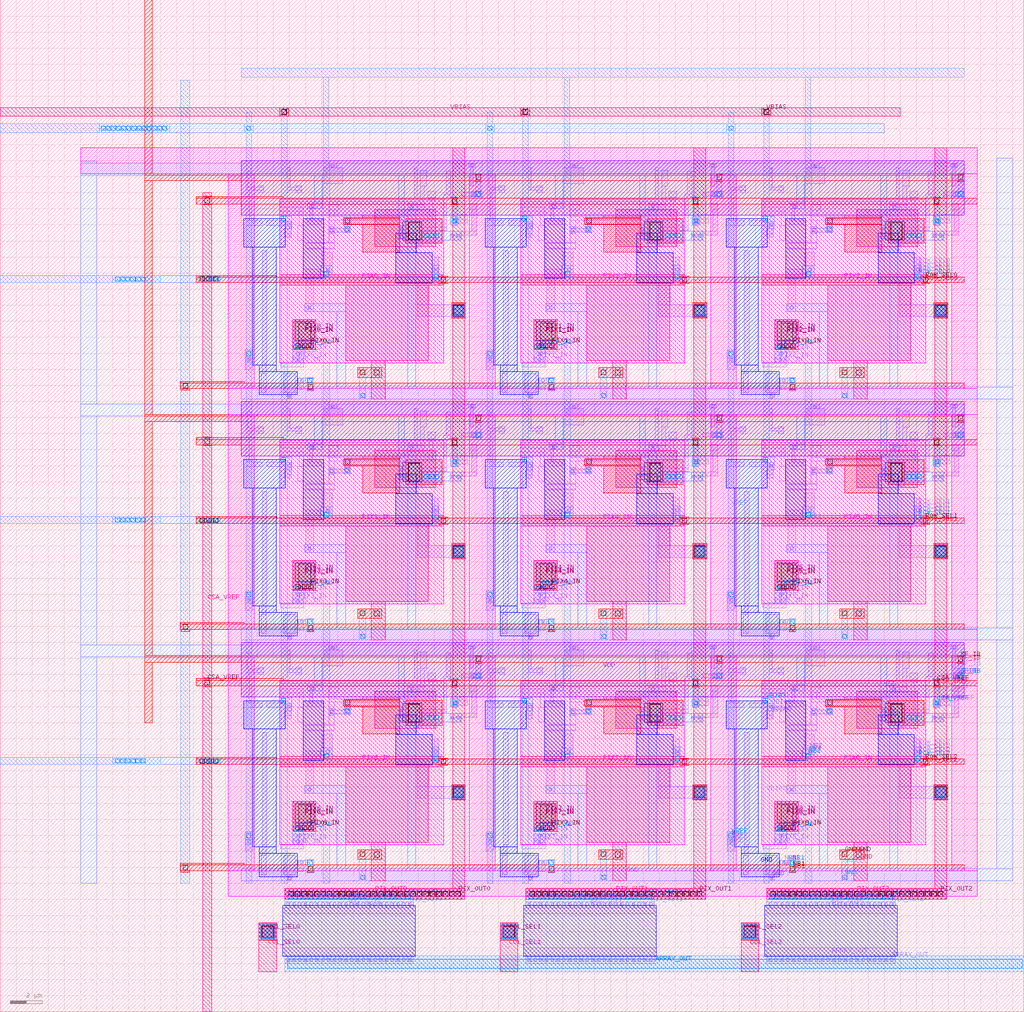
<source format=lef>
VERSION 5.7 ;
  NOWIREEXTENSIONATPIN ON ;
  DIVIDERCHAR "/" ;
  BUSBITCHARS "[]" ;
MACRO pixel_array#0
  CLASS BLOCK ;
  FOREIGN pixel_array#0 ;
  ORIGIN 15.000 38.000 ;
  SIZE 63.700 BY 63.000 ;
  PIN VBIAS
    ANTENNAGATEAREA 14.400000 ;
    PORT
      LAYER li1 ;
        RECT 2.850 10.750 3.100 11.200 ;
        RECT 17.850 10.750 18.100 11.200 ;
        RECT 32.850 10.750 33.100 11.200 ;
        RECT 2.700 10.250 3.100 10.750 ;
        RECT 17.700 10.250 18.100 10.750 ;
        RECT 32.700 10.250 33.100 10.750 ;
        RECT 2.850 -4.250 3.100 -3.800 ;
        RECT 17.850 -4.250 18.100 -3.800 ;
        RECT 32.850 -4.250 33.100 -3.800 ;
        RECT 2.700 -4.750 3.100 -4.250 ;
        RECT 17.700 -4.750 18.100 -4.250 ;
        RECT 32.700 -4.750 33.100 -4.250 ;
        RECT 2.850 -19.250 3.100 -18.800 ;
        RECT 17.850 -19.250 18.100 -18.800 ;
        RECT 32.850 -19.250 33.100 -18.800 ;
        RECT 2.700 -19.750 3.100 -19.250 ;
        RECT 17.700 -19.750 18.100 -19.250 ;
        RECT 32.700 -19.750 33.100 -19.250 ;
      LAYER mcon ;
        RECT 2.890 10.915 3.060 11.085 ;
        RECT 17.890 10.915 18.060 11.085 ;
        RECT 32.890 10.915 33.060 11.085 ;
        RECT 2.890 -4.085 3.060 -3.915 ;
        RECT 17.890 -4.085 18.060 -3.915 ;
        RECT 32.890 -4.085 33.060 -3.915 ;
        RECT 2.890 -19.085 3.060 -18.915 ;
        RECT 17.890 -19.085 18.060 -18.915 ;
        RECT 32.890 -19.085 33.060 -18.915 ;
      LAYER met1 ;
        RECT 2.400 11.200 3.150 11.550 ;
        RECT 17.400 11.200 18.150 11.550 ;
        RECT 32.400 11.200 33.150 11.550 ;
        RECT 2.800 10.750 3.150 11.200 ;
        RECT 17.800 10.750 18.150 11.200 ;
        RECT 32.800 10.750 33.150 11.200 ;
        RECT 2.850 10.450 3.100 10.750 ;
        RECT 17.850 10.450 18.100 10.750 ;
        RECT 32.850 10.450 33.100 10.750 ;
        RECT 2.400 -3.800 3.150 -3.450 ;
        RECT 17.400 -3.800 18.150 -3.450 ;
        RECT 32.400 -3.800 33.150 -3.450 ;
        RECT 2.800 -4.250 3.150 -3.800 ;
        RECT 17.800 -4.250 18.150 -3.800 ;
        RECT 32.800 -4.250 33.150 -3.800 ;
        RECT 2.850 -4.550 3.100 -4.250 ;
        RECT 17.850 -4.550 18.100 -4.250 ;
        RECT 32.850 -4.550 33.100 -4.250 ;
        RECT 2.400 -18.800 3.150 -18.450 ;
        RECT 17.400 -18.800 18.150 -18.450 ;
        RECT 32.400 -18.800 33.150 -18.450 ;
        RECT 2.800 -19.250 3.150 -18.800 ;
        RECT 17.800 -19.250 18.150 -18.800 ;
        RECT 32.800 -19.250 33.150 -18.800 ;
        RECT 2.850 -19.550 3.100 -19.250 ;
        RECT 17.850 -19.550 18.100 -19.250 ;
        RECT 32.850 -19.550 33.100 -19.250 ;
      LAYER via ;
        RECT 2.495 11.270 2.755 11.530 ;
        RECT 17.495 11.270 17.755 11.530 ;
        RECT 32.495 11.270 32.755 11.530 ;
        RECT 2.495 -3.730 2.755 -3.470 ;
        RECT 17.495 -3.730 17.755 -3.470 ;
        RECT 32.495 -3.730 32.755 -3.470 ;
        RECT 2.495 -18.730 2.755 -18.470 ;
        RECT 17.495 -18.730 17.755 -18.470 ;
        RECT 32.495 -18.730 32.755 -18.470 ;
      LAYER met2 ;
        RECT 2.400 17.750 2.950 18.300 ;
        RECT 17.400 17.750 17.950 18.300 ;
        RECT 32.400 17.750 32.950 18.300 ;
        RECT 2.500 11.550 2.850 17.750 ;
        RECT 17.500 11.550 17.850 17.750 ;
        RECT 32.500 11.550 32.850 17.750 ;
        RECT 2.400 11.200 2.900 11.550 ;
        RECT 17.400 11.200 17.900 11.550 ;
        RECT 32.400 11.200 32.900 11.550 ;
        RECT 2.500 -3.450 2.850 11.200 ;
        RECT 17.500 -3.450 17.850 11.200 ;
        RECT 32.500 -3.450 32.850 11.200 ;
        RECT 2.400 -3.800 2.900 -3.450 ;
        RECT 17.400 -3.800 17.900 -3.450 ;
        RECT 32.400 -3.800 32.900 -3.450 ;
        RECT 2.500 -18.450 2.850 -3.800 ;
        RECT 17.500 -18.450 17.850 -3.800 ;
        RECT 32.500 -18.450 32.850 -3.800 ;
        RECT 2.400 -18.800 2.900 -18.450 ;
        RECT 17.400 -18.800 17.900 -18.450 ;
        RECT 32.400 -18.800 32.900 -18.450 ;
        RECT 2.500 -30.000 2.850 -18.800 ;
        RECT 17.500 -30.000 17.850 -18.800 ;
        RECT 32.500 -30.000 32.850 -18.800 ;
      LAYER via2 ;
        RECT 2.535 17.885 2.815 18.165 ;
        RECT 17.535 17.885 17.815 18.165 ;
        RECT 32.535 17.885 32.815 18.165 ;
      LAYER met3 ;
        RECT 2.400 17.750 2.950 18.300 ;
        RECT 17.400 17.750 17.950 18.300 ;
        RECT 32.400 17.750 32.950 18.300 ;
      LAYER via3 ;
        RECT 2.515 17.865 2.835 18.185 ;
        RECT 17.515 17.865 17.835 18.185 ;
        RECT 32.515 17.865 32.835 18.185 ;
      LAYER met4 ;
        RECT -15.000 17.750 41.000 18.300 ;
    END
  END VBIAS
  PIN VREF
    ANTENNAGATEAREA 9.450000 ;
    PORT
      LAYER li1 ;
        RECT 0.250 2.000 0.700 2.750 ;
        RECT 15.250 2.000 15.700 2.750 ;
        RECT 30.250 2.000 30.700 2.750 ;
        RECT 0.250 -13.000 0.700 -12.250 ;
        RECT 15.250 -13.000 15.700 -12.250 ;
        RECT 30.250 -13.000 30.700 -12.250 ;
        RECT 0.250 -28.000 0.700 -27.250 ;
        RECT 15.250 -28.000 15.700 -27.250 ;
        RECT 30.250 -28.000 30.700 -27.250 ;
      LAYER mcon ;
        RECT 0.390 2.540 0.560 2.710 ;
        RECT 15.390 2.540 15.560 2.710 ;
        RECT 30.390 2.540 30.560 2.710 ;
        RECT 0.390 -12.460 0.560 -12.290 ;
        RECT 15.390 -12.460 15.560 -12.290 ;
        RECT 30.390 -12.460 30.560 -12.290 ;
        RECT 0.390 -27.460 0.560 -27.290 ;
        RECT 15.390 -27.460 15.560 -27.290 ;
        RECT 30.390 -27.460 30.560 -27.290 ;
      LAYER met1 ;
        RECT -8.850 16.750 40.000 17.300 ;
        RECT 0.250 2.450 0.700 3.200 ;
        RECT 15.250 2.450 15.700 3.200 ;
        RECT 30.250 2.450 30.700 3.200 ;
        RECT 0.250 -12.550 0.700 -11.800 ;
        RECT 15.250 -12.550 15.700 -11.800 ;
        RECT 30.250 -12.550 30.700 -11.800 ;
        RECT 0.250 -27.550 0.700 -26.800 ;
        RECT 15.250 -27.550 15.700 -26.800 ;
        RECT 30.250 -27.550 30.700 -26.800 ;
      LAYER via ;
        RECT -8.725 16.895 -8.465 17.155 ;
        RECT -8.405 16.895 -8.145 17.155 ;
        RECT -8.085 16.895 -7.825 17.155 ;
        RECT -7.765 16.895 -7.505 17.155 ;
        RECT -7.445 16.895 -7.185 17.155 ;
        RECT -7.125 16.895 -6.865 17.155 ;
        RECT -6.805 16.895 -6.545 17.155 ;
        RECT -6.485 16.895 -6.225 17.155 ;
        RECT -6.165 16.895 -5.905 17.155 ;
        RECT -5.845 16.895 -5.585 17.155 ;
        RECT -5.525 16.895 -5.265 17.155 ;
        RECT -5.205 16.895 -4.945 17.155 ;
        RECT -4.885 16.895 -4.625 17.155 ;
        RECT 0.345 16.895 0.605 17.155 ;
        RECT 15.345 16.895 15.605 17.155 ;
        RECT 30.345 16.895 30.605 17.155 ;
        RECT 0.345 2.845 0.605 3.105 ;
        RECT 15.345 2.845 15.605 3.105 ;
        RECT 30.345 2.845 30.605 3.105 ;
        RECT 0.345 -12.155 0.605 -11.895 ;
        RECT 15.345 -12.155 15.605 -11.895 ;
        RECT 30.345 -12.155 30.605 -11.895 ;
        RECT 0.345 -27.155 0.605 -26.895 ;
        RECT 15.345 -27.155 15.605 -26.895 ;
        RECT 30.345 -27.155 30.605 -26.895 ;
      LAYER met2 ;
        RECT 0.300 17.300 0.650 18.000 ;
        RECT 15.300 17.300 15.650 18.000 ;
        RECT 30.300 17.300 30.650 18.000 ;
        RECT -15.000 16.750 -4.450 17.300 ;
        RECT 0.200 16.750 0.750 17.300 ;
        RECT 15.200 16.750 15.750 17.300 ;
        RECT 30.200 16.750 30.750 17.300 ;
        RECT 0.300 -30.000 0.650 16.750 ;
        RECT 15.300 -30.000 15.650 16.750 ;
        RECT 30.300 -30.000 30.650 16.750 ;
    END
  END VREF
  PIN NB2
    ANTENNAGATEAREA 10.349999 ;
    PORT
      LAYER li1 ;
        RECT 5.050 8.450 5.650 9.300 ;
        RECT 20.050 8.450 20.650 9.300 ;
        RECT 35.050 8.450 35.650 9.300 ;
        RECT 5.100 8.050 5.650 8.450 ;
        RECT 20.100 8.050 20.650 8.450 ;
        RECT 35.100 8.050 35.650 8.450 ;
        RECT 5.050 -6.550 5.650 -5.700 ;
        RECT 20.050 -6.550 20.650 -5.700 ;
        RECT 35.050 -6.550 35.650 -5.700 ;
        RECT 5.100 -6.950 5.650 -6.550 ;
        RECT 20.100 -6.950 20.650 -6.550 ;
        RECT 35.100 -6.950 35.650 -6.550 ;
        RECT 5.050 -21.550 5.650 -20.700 ;
        RECT 20.050 -21.550 20.650 -20.700 ;
        RECT 35.050 -21.550 35.650 -20.700 ;
        RECT 5.100 -21.950 5.650 -21.550 ;
        RECT 20.100 -21.950 20.650 -21.550 ;
        RECT 35.100 -21.950 35.650 -21.550 ;
      LAYER mcon ;
        RECT 5.290 8.140 5.460 8.310 ;
        RECT 20.290 8.140 20.460 8.310 ;
        RECT 35.290 8.140 35.460 8.310 ;
        RECT 5.290 -6.860 5.460 -6.690 ;
        RECT 20.290 -6.860 20.460 -6.690 ;
        RECT 35.290 -6.860 35.460 -6.690 ;
        RECT 5.290 -21.860 5.460 -21.690 ;
        RECT 20.290 -21.860 20.460 -21.690 ;
        RECT 35.290 -21.860 35.460 -21.690 ;
      LAYER met1 ;
        RECT 4.950 7.750 5.650 8.450 ;
        RECT 19.950 7.750 20.650 8.450 ;
        RECT 34.950 7.750 35.650 8.450 ;
        RECT 4.950 -7.250 5.650 -6.550 ;
        RECT 19.950 -7.250 20.650 -6.550 ;
        RECT 34.950 -7.250 35.650 -6.550 ;
        RECT 4.950 -22.250 5.650 -21.550 ;
        RECT 19.950 -22.250 20.650 -21.550 ;
        RECT 34.950 -22.250 35.650 -21.550 ;
      LAYER via ;
        RECT 5.170 7.820 5.430 8.080 ;
        RECT 20.170 7.820 20.430 8.080 ;
        RECT 35.170 7.820 35.430 8.080 ;
        RECT 5.170 -7.180 5.430 -6.920 ;
        RECT 20.170 -7.180 20.430 -6.920 ;
        RECT 35.170 -7.180 35.430 -6.920 ;
        RECT 5.170 -22.180 5.430 -21.920 ;
        RECT 20.170 -22.180 20.430 -21.920 ;
        RECT 35.170 -22.180 35.430 -21.920 ;
      LAYER met2 ;
        RECT 0.000 20.200 45.000 20.750 ;
        RECT 5.100 15.000 5.450 20.200 ;
        RECT 20.100 15.000 20.450 20.200 ;
        RECT 35.100 15.000 35.450 20.200 ;
        RECT 5.100 -30.000 5.500 15.000 ;
        RECT 20.100 -30.000 20.500 15.000 ;
        RECT 35.100 -30.000 35.500 15.000 ;
    END
  END NB2
  PIN VDD
    ANTENNADIFFAREA 19.799999 ;
    PORT
      LAYER nwell ;
        RECT 0.000 11.600 45.000 15.000 ;
        RECT 0.000 -3.400 45.000 0.000 ;
        RECT 0.000 -18.400 45.000 -15.000 ;
      LAYER li1 ;
        RECT 5.450 14.550 5.950 14.850 ;
        RECT 14.250 14.800 14.450 14.850 ;
        RECT 14.150 14.600 14.550 14.800 ;
        RECT 5.100 13.550 6.300 14.550 ;
        RECT 14.250 13.400 14.450 14.600 ;
        RECT 20.450 14.550 20.950 14.850 ;
        RECT 29.250 14.800 29.450 14.850 ;
        RECT 29.150 14.600 29.550 14.800 ;
        RECT 20.100 13.550 21.300 14.550 ;
        RECT 29.250 13.400 29.450 14.600 ;
        RECT 35.450 14.550 35.950 14.850 ;
        RECT 44.250 14.800 44.450 14.850 ;
        RECT 44.150 14.600 44.550 14.800 ;
        RECT 35.100 13.550 36.300 14.550 ;
        RECT 44.250 13.400 44.450 14.600 ;
        RECT 4.250 12.050 4.600 12.250 ;
        RECT 19.250 12.050 19.600 12.250 ;
        RECT 34.250 12.050 34.600 12.250 ;
        RECT 4.250 11.250 4.450 12.050 ;
        RECT 19.250 11.250 19.450 12.050 ;
        RECT 34.250 11.250 34.450 12.050 ;
        RECT 4.100 11.000 5.000 11.250 ;
        RECT 19.100 11.000 20.000 11.250 ;
        RECT 34.100 11.000 35.000 11.250 ;
        RECT 9.800 10.400 10.150 10.950 ;
        RECT 24.800 10.400 25.150 10.950 ;
        RECT 39.800 10.400 40.150 10.950 ;
        RECT 9.800 10.100 10.700 10.400 ;
        RECT 24.800 10.100 25.700 10.400 ;
        RECT 39.800 10.100 40.700 10.400 ;
        RECT 5.450 -0.450 5.950 -0.150 ;
        RECT 14.250 -0.200 14.450 -0.150 ;
        RECT 14.150 -0.400 14.550 -0.200 ;
        RECT 5.100 -1.450 6.300 -0.450 ;
        RECT 14.250 -1.600 14.450 -0.400 ;
        RECT 20.450 -0.450 20.950 -0.150 ;
        RECT 29.250 -0.200 29.450 -0.150 ;
        RECT 29.150 -0.400 29.550 -0.200 ;
        RECT 20.100 -1.450 21.300 -0.450 ;
        RECT 29.250 -1.600 29.450 -0.400 ;
        RECT 35.450 -0.450 35.950 -0.150 ;
        RECT 44.250 -0.200 44.450 -0.150 ;
        RECT 44.150 -0.400 44.550 -0.200 ;
        RECT 35.100 -1.450 36.300 -0.450 ;
        RECT 44.250 -1.600 44.450 -0.400 ;
        RECT 4.250 -2.950 4.600 -2.750 ;
        RECT 19.250 -2.950 19.600 -2.750 ;
        RECT 34.250 -2.950 34.600 -2.750 ;
        RECT 4.250 -3.750 4.450 -2.950 ;
        RECT 19.250 -3.750 19.450 -2.950 ;
        RECT 34.250 -3.750 34.450 -2.950 ;
        RECT 4.100 -4.000 5.000 -3.750 ;
        RECT 19.100 -4.000 20.000 -3.750 ;
        RECT 34.100 -4.000 35.000 -3.750 ;
        RECT 9.800 -4.600 10.150 -4.050 ;
        RECT 24.800 -4.600 25.150 -4.050 ;
        RECT 39.800 -4.600 40.150 -4.050 ;
        RECT 9.800 -4.900 10.700 -4.600 ;
        RECT 24.800 -4.900 25.700 -4.600 ;
        RECT 39.800 -4.900 40.700 -4.600 ;
        RECT 5.450 -15.450 5.950 -15.150 ;
        RECT 14.250 -15.200 14.450 -15.150 ;
        RECT 14.150 -15.400 14.550 -15.200 ;
        RECT 5.100 -16.450 6.300 -15.450 ;
        RECT 14.250 -16.600 14.450 -15.400 ;
        RECT 20.450 -15.450 20.950 -15.150 ;
        RECT 29.250 -15.200 29.450 -15.150 ;
        RECT 29.150 -15.400 29.550 -15.200 ;
        RECT 20.100 -16.450 21.300 -15.450 ;
        RECT 29.250 -16.600 29.450 -15.400 ;
        RECT 35.450 -15.450 35.950 -15.150 ;
        RECT 44.250 -15.200 44.450 -15.150 ;
        RECT 44.150 -15.400 44.550 -15.200 ;
        RECT 35.100 -16.450 36.300 -15.450 ;
        RECT 44.250 -16.600 44.450 -15.400 ;
        RECT 4.250 -17.950 4.600 -17.750 ;
        RECT 19.250 -17.950 19.600 -17.750 ;
        RECT 34.250 -17.950 34.600 -17.750 ;
        RECT 4.250 -18.750 4.450 -17.950 ;
        RECT 19.250 -18.750 19.450 -17.950 ;
        RECT 34.250 -18.750 34.450 -17.950 ;
        RECT 4.100 -19.000 5.000 -18.750 ;
        RECT 19.100 -19.000 20.000 -18.750 ;
        RECT 34.100 -19.000 35.000 -18.750 ;
        RECT 9.800 -19.600 10.150 -19.050 ;
        RECT 24.800 -19.600 25.150 -19.050 ;
        RECT 39.800 -19.600 40.150 -19.050 ;
        RECT 9.800 -19.900 10.700 -19.600 ;
        RECT 24.800 -19.900 25.700 -19.600 ;
        RECT 39.800 -19.900 40.700 -19.600 ;
      LAYER mcon ;
        RECT 5.615 14.590 5.785 14.760 ;
        RECT 14.265 14.615 14.435 14.785 ;
        RECT 20.615 14.590 20.785 14.760 ;
        RECT 29.265 14.615 29.435 14.785 ;
        RECT 35.615 14.590 35.785 14.760 ;
        RECT 44.265 14.615 44.435 14.785 ;
        RECT 4.340 12.065 4.510 12.235 ;
        RECT 19.340 12.065 19.510 12.235 ;
        RECT 34.340 12.065 34.510 12.235 ;
        RECT 9.890 10.670 10.060 10.840 ;
        RECT 9.890 10.310 10.060 10.480 ;
        RECT 24.890 10.670 25.060 10.840 ;
        RECT 24.890 10.310 25.060 10.480 ;
        RECT 39.890 10.670 40.060 10.840 ;
        RECT 39.890 10.310 40.060 10.480 ;
        RECT 5.615 -0.410 5.785 -0.240 ;
        RECT 14.265 -0.385 14.435 -0.215 ;
        RECT 20.615 -0.410 20.785 -0.240 ;
        RECT 29.265 -0.385 29.435 -0.215 ;
        RECT 35.615 -0.410 35.785 -0.240 ;
        RECT 44.265 -0.385 44.435 -0.215 ;
        RECT 4.340 -2.935 4.510 -2.765 ;
        RECT 19.340 -2.935 19.510 -2.765 ;
        RECT 34.340 -2.935 34.510 -2.765 ;
        RECT 9.890 -4.330 10.060 -4.160 ;
        RECT 9.890 -4.690 10.060 -4.520 ;
        RECT 24.890 -4.330 25.060 -4.160 ;
        RECT 24.890 -4.690 25.060 -4.520 ;
        RECT 39.890 -4.330 40.060 -4.160 ;
        RECT 39.890 -4.690 40.060 -4.520 ;
        RECT 5.615 -15.410 5.785 -15.240 ;
        RECT 14.265 -15.385 14.435 -15.215 ;
        RECT 20.615 -15.410 20.785 -15.240 ;
        RECT 29.265 -15.385 29.435 -15.215 ;
        RECT 35.615 -15.410 35.785 -15.240 ;
        RECT 44.265 -15.385 44.435 -15.215 ;
        RECT 4.340 -17.935 4.510 -17.765 ;
        RECT 19.340 -17.935 19.510 -17.765 ;
        RECT 34.340 -17.935 34.510 -17.765 ;
        RECT 9.890 -19.330 10.060 -19.160 ;
        RECT 9.890 -19.690 10.060 -19.520 ;
        RECT 24.890 -19.330 25.060 -19.160 ;
        RECT 24.890 -19.690 25.060 -19.520 ;
        RECT 39.890 -19.330 40.060 -19.160 ;
        RECT 39.890 -19.690 40.060 -19.520 ;
      LAYER met1 ;
        RECT -10.000 14.850 -9.000 14.950 ;
        RECT -10.000 14.100 45.000 14.850 ;
        RECT -10.000 -0.150 -9.000 14.100 ;
        RECT 4.550 12.350 5.050 14.100 ;
        RECT 4.150 12.000 5.050 12.350 ;
        RECT 9.800 10.150 10.150 14.100 ;
        RECT 19.550 12.350 20.050 14.100 ;
        RECT 19.150 12.000 20.050 12.350 ;
        RECT 24.800 10.150 25.150 14.100 ;
        RECT 34.550 12.350 35.050 14.100 ;
        RECT 34.150 12.000 35.050 12.350 ;
        RECT 39.800 10.150 40.150 14.100 ;
        RECT -10.000 -0.900 45.000 -0.150 ;
        RECT -10.000 -15.150 -9.000 -0.900 ;
        RECT 4.550 -2.650 5.050 -0.900 ;
        RECT 4.150 -3.000 5.050 -2.650 ;
        RECT 9.800 -4.850 10.150 -0.900 ;
        RECT 19.550 -2.650 20.050 -0.900 ;
        RECT 19.150 -3.000 20.050 -2.650 ;
        RECT 24.800 -4.850 25.150 -0.900 ;
        RECT 34.550 -2.650 35.050 -0.900 ;
        RECT 34.150 -3.000 35.050 -2.650 ;
        RECT 39.800 -4.850 40.150 -0.900 ;
        RECT -10.000 -15.900 45.000 -15.150 ;
        RECT -10.000 -30.000 -9.000 -15.900 ;
        RECT 4.550 -17.650 5.050 -15.900 ;
        RECT 4.150 -18.000 5.050 -17.650 ;
        RECT 9.800 -19.850 10.150 -15.900 ;
        RECT 19.550 -17.650 20.050 -15.900 ;
        RECT 19.150 -18.000 20.050 -17.650 ;
        RECT 24.800 -19.850 25.150 -15.900 ;
        RECT 34.550 -17.650 35.050 -15.900 ;
        RECT 34.150 -18.000 35.050 -17.650 ;
        RECT 39.800 -19.850 40.150 -15.900 ;
    END
  END VDD
  PIN SF_IB
    ANTENNAGATEAREA 9.000000 ;
    PORT
      LAYER li1 ;
        RECT 13.700 12.800 14.600 13.050 ;
        RECT 28.700 12.800 29.600 13.050 ;
        RECT 43.700 12.800 44.600 13.050 ;
        RECT 13.700 -2.200 14.600 -1.950 ;
        RECT 28.700 -2.200 29.600 -1.950 ;
        RECT 43.700 -2.200 44.600 -1.950 ;
        RECT 13.700 -17.200 14.600 -16.950 ;
        RECT 28.700 -17.200 29.600 -16.950 ;
        RECT 43.700 -17.200 44.600 -16.950 ;
      LAYER mcon ;
        RECT 14.415 12.840 14.585 13.010 ;
        RECT 29.415 12.840 29.585 13.010 ;
        RECT 44.415 12.840 44.585 13.010 ;
        RECT 14.415 -2.160 14.585 -1.990 ;
        RECT 29.415 -2.160 29.585 -1.990 ;
        RECT 44.415 -2.160 44.585 -1.990 ;
        RECT 14.415 -17.160 14.585 -16.990 ;
        RECT 29.415 -17.160 29.585 -16.990 ;
        RECT 44.415 -17.160 44.585 -16.990 ;
      LAYER met1 ;
        RECT 14.300 12.750 14.950 13.100 ;
        RECT 29.300 12.750 29.950 13.100 ;
        RECT 44.300 12.750 44.950 13.100 ;
        RECT 14.300 -2.250 14.950 -1.900 ;
        RECT 29.300 -2.250 29.950 -1.900 ;
        RECT 44.300 -2.250 44.950 -1.900 ;
        RECT 14.300 -17.250 14.950 -16.900 ;
        RECT 29.300 -17.250 29.950 -16.900 ;
        RECT 44.300 -17.250 44.950 -16.900 ;
      LAYER via ;
        RECT 14.620 12.795 14.880 13.055 ;
        RECT 29.620 12.795 29.880 13.055 ;
        RECT 44.620 12.795 44.880 13.055 ;
        RECT 14.620 -2.205 14.880 -1.945 ;
        RECT 29.620 -2.205 29.880 -1.945 ;
        RECT 44.620 -2.205 44.880 -1.945 ;
        RECT 14.620 -17.205 14.880 -16.945 ;
        RECT 29.620 -17.205 29.880 -16.945 ;
        RECT 44.620 -17.205 44.880 -16.945 ;
      LAYER met2 ;
        RECT 14.600 12.650 14.900 14.150 ;
        RECT 29.600 12.650 29.900 14.150 ;
        RECT 44.600 12.650 44.900 14.150 ;
        RECT 14.600 -2.350 14.900 -0.850 ;
        RECT 29.600 -2.350 29.900 -0.850 ;
        RECT 44.600 -2.350 44.900 -0.850 ;
        RECT 14.600 -17.350 14.900 -15.850 ;
        RECT 29.600 -17.350 29.900 -15.850 ;
        RECT 44.600 -17.350 44.900 -15.850 ;
      LAYER via2 ;
        RECT 14.610 13.810 14.890 14.090 ;
        RECT 29.610 13.810 29.890 14.090 ;
        RECT 44.610 13.810 44.890 14.090 ;
        RECT 14.610 -1.190 14.890 -0.910 ;
        RECT 29.610 -1.190 29.890 -0.910 ;
        RECT 44.610 -1.190 44.890 -0.910 ;
        RECT 14.610 -16.190 14.890 -15.910 ;
        RECT 29.610 -16.190 29.890 -15.910 ;
        RECT 44.610 -16.190 44.890 -15.910 ;
      LAYER met3 ;
        RECT -6.000 14.200 -5.550 25.000 ;
        RECT -6.000 14.100 1.000 14.200 ;
        RECT 14.550 14.100 14.950 14.150 ;
        RECT 29.550 14.100 29.950 14.150 ;
        RECT 44.550 14.100 44.950 14.150 ;
        RECT -6.000 13.750 45.000 14.100 ;
        RECT -6.000 -0.800 -5.550 13.750 ;
        RECT 14.550 13.700 14.950 13.750 ;
        RECT 29.550 13.700 29.950 13.750 ;
        RECT 44.550 13.700 44.950 13.750 ;
        RECT -6.000 -0.900 1.000 -0.800 ;
        RECT 14.550 -0.900 14.950 -0.850 ;
        RECT 29.550 -0.900 29.950 -0.850 ;
        RECT 44.550 -0.900 44.950 -0.850 ;
        RECT -6.000 -1.250 45.000 -0.900 ;
        RECT -6.000 -15.800 -5.550 -1.250 ;
        RECT 14.550 -1.300 14.950 -1.250 ;
        RECT 29.550 -1.300 29.950 -1.250 ;
        RECT 44.550 -1.300 44.950 -1.250 ;
        RECT -6.000 -15.900 1.000 -15.800 ;
        RECT 14.550 -15.900 14.950 -15.850 ;
        RECT 29.550 -15.900 29.950 -15.850 ;
        RECT 44.550 -15.900 44.950 -15.850 ;
        RECT -6.000 -16.250 45.000 -15.900 ;
        RECT -6.000 -20.000 -5.550 -16.250 ;
        RECT 14.550 -16.300 14.950 -16.250 ;
        RECT 29.550 -16.300 29.950 -16.250 ;
        RECT 44.550 -16.300 44.950 -16.250 ;
    END
  END SF_IB
  PIN CSA_VREF
    ANTENNAGATEAREA 30.240000 ;
    PORT
      LAYER li1 ;
        RECT 13.600 11.350 14.050 11.650 ;
        RECT 28.600 11.350 29.050 11.650 ;
        RECT 43.600 11.350 44.050 11.650 ;
        RECT 13.150 11.100 14.100 11.350 ;
        RECT 28.150 11.100 29.100 11.350 ;
        RECT 43.150 11.100 44.100 11.350 ;
        RECT 13.600 -3.650 14.050 -3.350 ;
        RECT 28.600 -3.650 29.050 -3.350 ;
        RECT 43.600 -3.650 44.050 -3.350 ;
        RECT 13.150 -3.900 14.100 -3.650 ;
        RECT 28.150 -3.900 29.100 -3.650 ;
        RECT 43.150 -3.900 44.100 -3.650 ;
        RECT 13.600 -18.650 14.050 -18.350 ;
        RECT 28.600 -18.650 29.050 -18.350 ;
        RECT 43.600 -18.650 44.050 -18.350 ;
        RECT 13.150 -18.900 14.100 -18.650 ;
        RECT 28.150 -18.900 29.100 -18.650 ;
        RECT 43.150 -18.900 44.100 -18.650 ;
      LAYER mcon ;
        RECT 13.190 11.140 13.360 11.310 ;
        RECT 28.190 11.140 28.360 11.310 ;
        RECT 43.190 11.140 43.360 11.310 ;
        RECT 13.190 -3.860 13.360 -3.690 ;
        RECT 28.190 -3.860 28.360 -3.690 ;
        RECT 43.190 -3.860 43.360 -3.690 ;
        RECT 13.190 -18.860 13.360 -18.690 ;
        RECT 28.190 -18.860 28.360 -18.690 ;
        RECT 43.190 -18.860 43.360 -18.690 ;
      LAYER met1 ;
        RECT 13.050 11.000 13.500 11.500 ;
        RECT 28.050 11.000 28.500 11.500 ;
        RECT 43.050 11.000 43.500 11.500 ;
        RECT 13.050 -4.000 13.500 -3.500 ;
        RECT 28.050 -4.000 28.500 -3.500 ;
        RECT 43.050 -4.000 43.500 -3.500 ;
        RECT 13.050 -19.000 13.500 -18.500 ;
        RECT 28.050 -19.000 28.500 -18.500 ;
        RECT 43.050 -19.000 43.500 -18.500 ;
      LAYER via ;
        RECT 13.145 11.120 13.405 11.380 ;
        RECT 28.145 11.120 28.405 11.380 ;
        RECT 43.145 11.120 43.405 11.380 ;
        RECT 13.145 -3.880 13.405 -3.620 ;
        RECT 28.145 -3.880 28.405 -3.620 ;
        RECT 43.145 -3.880 43.405 -3.620 ;
        RECT 13.145 -18.880 13.405 -18.620 ;
        RECT 28.145 -18.880 28.405 -18.620 ;
        RECT 43.145 -18.880 43.405 -18.620 ;
      LAYER met2 ;
        RECT 13.100 10.950 13.450 12.750 ;
        RECT 28.100 10.950 28.450 12.750 ;
        RECT 43.100 10.950 43.450 12.750 ;
        RECT 13.100 -4.050 13.450 -2.250 ;
        RECT 28.100 -4.050 28.450 -2.250 ;
        RECT 43.100 -4.050 43.450 -2.250 ;
        RECT 13.100 -19.050 13.450 -17.250 ;
        RECT 28.100 -19.050 28.450 -17.250 ;
        RECT 43.100 -19.050 43.450 -17.250 ;
      LAYER via2 ;
        RECT 13.135 12.335 13.415 12.615 ;
        RECT 28.135 12.335 28.415 12.615 ;
        RECT 43.135 12.335 43.415 12.615 ;
        RECT 13.135 -2.665 13.415 -2.385 ;
        RECT 28.135 -2.665 28.415 -2.385 ;
        RECT 43.135 -2.665 43.415 -2.385 ;
        RECT 13.135 -17.665 13.415 -17.385 ;
        RECT 28.135 -17.665 28.415 -17.385 ;
        RECT 43.135 -17.665 43.415 -17.385 ;
      LAYER met3 ;
        RECT -2.400 12.750 -1.850 12.800 ;
        RECT -2.800 12.650 2.600 12.750 ;
        RECT 13.050 12.650 13.500 12.700 ;
        RECT 28.050 12.650 28.500 12.700 ;
        RECT 43.050 12.650 43.500 12.700 ;
        RECT -2.800 12.300 45.800 12.650 ;
        RECT -2.400 12.250 -1.850 12.300 ;
        RECT 13.050 12.250 13.500 12.300 ;
        RECT 28.050 12.250 28.500 12.300 ;
        RECT 43.050 12.250 43.500 12.300 ;
        RECT -2.400 -2.250 -1.850 -2.200 ;
        RECT -2.800 -2.350 2.600 -2.250 ;
        RECT 13.050 -2.350 13.500 -2.300 ;
        RECT 28.050 -2.350 28.500 -2.300 ;
        RECT 43.050 -2.350 43.500 -2.300 ;
        RECT -2.800 -2.700 45.800 -2.350 ;
        RECT -2.400 -2.750 -1.850 -2.700 ;
        RECT 13.050 -2.750 13.500 -2.700 ;
        RECT 28.050 -2.750 28.500 -2.700 ;
        RECT 43.050 -2.750 43.500 -2.700 ;
        RECT -2.400 -17.250 -1.850 -17.200 ;
        RECT -2.800 -17.350 2.600 -17.250 ;
        RECT 13.050 -17.350 13.500 -17.300 ;
        RECT 28.050 -17.350 28.500 -17.300 ;
        RECT 43.050 -17.350 43.500 -17.300 ;
        RECT -2.800 -17.700 45.800 -17.350 ;
        RECT -2.400 -17.750 -1.850 -17.700 ;
        RECT 13.050 -17.750 13.500 -17.700 ;
        RECT 28.050 -17.750 28.500 -17.700 ;
        RECT 43.050 -17.750 43.500 -17.700 ;
      LAYER via3 ;
        RECT -2.285 12.365 -1.965 12.685 ;
        RECT -2.285 -2.635 -1.965 -2.315 ;
        RECT -2.285 -17.635 -1.965 -17.315 ;
      LAYER met4 ;
        RECT -2.400 -38.000 -1.850 13.000 ;
    END
  END CSA_VREF
  PIN NB1
    ANTENNAGATEAREA 10.800000 ;
    PORT
      LAYER li1 ;
        RECT 3.550 1.150 4.000 1.450 ;
        RECT 18.550 1.150 19.000 1.450 ;
        RECT 33.550 1.150 34.000 1.450 ;
        RECT 3.550 0.750 3.900 1.150 ;
        RECT 18.550 0.750 18.900 1.150 ;
        RECT 33.550 0.750 33.900 1.150 ;
        RECT 3.550 -13.850 4.000 -13.550 ;
        RECT 18.550 -13.850 19.000 -13.550 ;
        RECT 33.550 -13.850 34.000 -13.550 ;
        RECT 3.550 -14.250 3.900 -13.850 ;
        RECT 18.550 -14.250 18.900 -13.850 ;
        RECT 33.550 -14.250 33.900 -13.850 ;
        RECT 3.550 -28.850 4.000 -28.550 ;
        RECT 18.550 -28.850 19.000 -28.550 ;
        RECT 33.550 -28.850 34.000 -28.550 ;
        RECT 3.550 -29.250 3.900 -28.850 ;
        RECT 18.550 -29.250 18.900 -28.850 ;
        RECT 33.550 -29.250 33.900 -28.850 ;
      LAYER mcon ;
        RECT 3.690 1.215 3.860 1.385 ;
        RECT 18.690 1.215 18.860 1.385 ;
        RECT 33.690 1.215 33.860 1.385 ;
        RECT 3.690 -13.785 3.860 -13.615 ;
        RECT 18.690 -13.785 18.860 -13.615 ;
        RECT 33.690 -13.785 33.860 -13.615 ;
        RECT 3.690 -28.785 3.860 -28.615 ;
        RECT 18.690 -28.785 18.860 -28.615 ;
        RECT 33.690 -28.785 33.860 -28.615 ;
      LAYER met1 ;
        RECT 3.500 1.150 4.500 1.450 ;
        RECT 18.500 1.150 19.500 1.450 ;
        RECT 33.500 1.150 34.500 1.450 ;
        RECT 3.500 -13.850 4.500 -13.550 ;
        RECT 18.500 -13.850 19.500 -13.550 ;
        RECT 33.500 -13.850 34.500 -13.550 ;
        RECT 3.500 -28.850 4.500 -28.550 ;
        RECT 18.500 -28.850 19.500 -28.550 ;
        RECT 33.500 -28.850 34.500 -28.550 ;
      LAYER via ;
        RECT 4.145 1.170 4.405 1.430 ;
        RECT 19.145 1.170 19.405 1.430 ;
        RECT 34.145 1.170 34.405 1.430 ;
        RECT 4.145 -13.830 4.405 -13.570 ;
        RECT 19.145 -13.830 19.405 -13.570 ;
        RECT 34.145 -13.830 34.405 -13.570 ;
        RECT 4.145 -28.830 4.405 -28.570 ;
        RECT 19.145 -28.830 19.405 -28.570 ;
        RECT 34.145 -28.830 34.405 -28.570 ;
      LAYER met2 ;
        RECT -3.750 -30.000 -3.200 20.000 ;
        RECT 4.100 0.650 4.500 1.500 ;
        RECT 19.100 0.650 19.500 1.500 ;
        RECT 34.100 0.650 34.500 1.500 ;
        RECT 4.100 -14.350 4.500 -13.500 ;
        RECT 19.100 -14.350 19.500 -13.500 ;
        RECT 34.100 -14.350 34.500 -13.500 ;
        RECT 4.100 -29.350 4.500 -28.500 ;
        RECT 19.100 -29.350 19.500 -28.500 ;
        RECT 34.100 -29.350 34.500 -28.500 ;
      LAYER via2 ;
        RECT -3.615 0.835 -3.335 1.115 ;
        RECT 4.160 0.785 4.440 1.065 ;
        RECT 19.160 0.785 19.440 1.065 ;
        RECT 34.160 0.785 34.440 1.065 ;
        RECT -3.615 -14.165 -3.335 -13.885 ;
        RECT 4.160 -14.215 4.440 -13.935 ;
        RECT 19.160 -14.215 19.440 -13.935 ;
        RECT 34.160 -14.215 34.440 -13.935 ;
        RECT -3.615 -29.165 -3.335 -28.885 ;
        RECT 4.160 -29.215 4.440 -28.935 ;
        RECT 19.160 -29.215 19.440 -28.935 ;
        RECT 34.160 -29.215 34.440 -28.935 ;
      LAYER met3 ;
        RECT -3.800 1.150 0.200 1.250 ;
        RECT -3.800 0.800 45.000 1.150 ;
        RECT -3.750 0.700 -3.200 0.800 ;
        RECT 4.100 0.700 4.500 0.800 ;
        RECT 19.100 0.700 19.500 0.800 ;
        RECT 34.100 0.700 34.500 0.800 ;
        RECT -3.800 -13.850 0.200 -13.750 ;
        RECT -3.800 -14.200 45.000 -13.850 ;
        RECT -3.750 -14.300 -3.200 -14.200 ;
        RECT 4.100 -14.300 4.500 -14.200 ;
        RECT 19.100 -14.300 19.500 -14.200 ;
        RECT 34.100 -14.300 34.500 -14.200 ;
        RECT -3.800 -28.850 0.200 -28.750 ;
        RECT -3.800 -29.200 45.000 -28.850 ;
        RECT -3.750 -29.300 -3.200 -29.200 ;
        RECT 4.100 -29.300 4.500 -29.200 ;
        RECT 19.100 -29.300 19.500 -29.200 ;
        RECT 34.100 -29.300 34.500 -29.200 ;
    END
  END NB1
  PIN GND
    ANTENNADIFFAREA 15.750000 ;
    PORT
      LAYER pwell ;
        RECT 0.170 9.620 2.730 11.380 ;
        RECT 15.170 9.620 17.730 11.380 ;
        RECT 30.170 9.620 32.730 11.380 ;
        RECT 0.720 2.270 2.180 9.620 ;
        RECT 15.720 2.270 17.180 9.620 ;
        RECT 30.720 2.270 32.180 9.620 ;
        RECT 1.120 1.880 2.180 2.270 ;
        RECT 16.120 1.880 17.180 2.270 ;
        RECT 31.120 1.880 32.180 2.270 ;
        RECT 1.120 0.420 3.480 1.880 ;
        RECT 16.120 0.420 18.480 1.880 ;
        RECT 31.120 0.420 33.480 1.880 ;
        RECT 0.170 -5.380 2.730 -3.620 ;
        RECT 15.170 -5.380 17.730 -3.620 ;
        RECT 30.170 -5.380 32.730 -3.620 ;
        RECT 0.720 -12.730 2.180 -5.380 ;
        RECT 15.720 -12.730 17.180 -5.380 ;
        RECT 30.720 -12.730 32.180 -5.380 ;
        RECT 1.120 -13.120 2.180 -12.730 ;
        RECT 16.120 -13.120 17.180 -12.730 ;
        RECT 31.120 -13.120 32.180 -12.730 ;
        RECT 1.120 -14.580 3.480 -13.120 ;
        RECT 16.120 -14.580 18.480 -13.120 ;
        RECT 31.120 -14.580 33.480 -13.120 ;
        RECT 0.170 -20.380 2.730 -18.620 ;
        RECT 15.170 -20.380 17.730 -18.620 ;
        RECT 30.170 -20.380 32.730 -18.620 ;
        RECT 0.720 -27.730 2.180 -20.380 ;
        RECT 15.720 -27.730 17.180 -20.380 ;
        RECT 30.720 -27.730 32.180 -20.380 ;
        RECT 1.120 -28.120 2.180 -27.730 ;
        RECT 16.120 -28.120 17.180 -27.730 ;
        RECT 31.120 -28.120 32.180 -27.730 ;
        RECT 1.120 -29.580 3.480 -28.120 ;
        RECT 16.120 -29.580 18.480 -28.120 ;
        RECT 31.120 -29.580 33.480 -28.120 ;
      LAYER li1 ;
        RECT 11.150 13.400 11.550 14.400 ;
        RECT 26.150 13.400 26.550 14.400 ;
        RECT 41.150 13.400 41.550 14.400 ;
        RECT 11.150 12.250 11.400 13.400 ;
        RECT 26.150 12.250 26.400 13.400 ;
        RECT 41.150 12.250 41.400 13.400 ;
        RECT 10.350 11.900 11.400 12.250 ;
        RECT 25.350 11.900 26.400 12.250 ;
        RECT 40.350 11.900 41.400 12.250 ;
        RECT 4.000 7.800 4.900 8.250 ;
        RECT 19.000 7.800 19.900 8.250 ;
        RECT 34.000 7.800 34.900 8.250 ;
        RECT 4.000 5.600 4.500 7.800 ;
        RECT 19.000 5.600 19.500 7.800 ;
        RECT 34.000 5.600 34.500 7.800 ;
        RECT 2.650 0.550 3.350 1.750 ;
        RECT 17.650 0.550 18.350 1.750 ;
        RECT 32.650 0.550 33.350 1.750 ;
        RECT 2.900 0.150 3.150 0.550 ;
        RECT 17.900 0.150 18.150 0.550 ;
        RECT 32.900 0.150 33.150 0.550 ;
        RECT 11.150 -1.600 11.550 -0.600 ;
        RECT 26.150 -1.600 26.550 -0.600 ;
        RECT 41.150 -1.600 41.550 -0.600 ;
        RECT 11.150 -2.750 11.400 -1.600 ;
        RECT 26.150 -2.750 26.400 -1.600 ;
        RECT 41.150 -2.750 41.400 -1.600 ;
        RECT 10.350 -3.100 11.400 -2.750 ;
        RECT 25.350 -3.100 26.400 -2.750 ;
        RECT 40.350 -3.100 41.400 -2.750 ;
        RECT 4.000 -7.200 4.900 -6.750 ;
        RECT 19.000 -7.200 19.900 -6.750 ;
        RECT 34.000 -7.200 34.900 -6.750 ;
        RECT 4.000 -9.400 4.500 -7.200 ;
        RECT 19.000 -9.400 19.500 -7.200 ;
        RECT 34.000 -9.400 34.500 -7.200 ;
        RECT 2.650 -14.450 3.350 -13.250 ;
        RECT 17.650 -14.450 18.350 -13.250 ;
        RECT 32.650 -14.450 33.350 -13.250 ;
        RECT 2.900 -14.850 3.150 -14.450 ;
        RECT 17.900 -14.850 18.150 -14.450 ;
        RECT 32.900 -14.850 33.150 -14.450 ;
        RECT 11.150 -16.600 11.550 -15.600 ;
        RECT 26.150 -16.600 26.550 -15.600 ;
        RECT 41.150 -16.600 41.550 -15.600 ;
        RECT 11.150 -17.750 11.400 -16.600 ;
        RECT 26.150 -17.750 26.400 -16.600 ;
        RECT 41.150 -17.750 41.400 -16.600 ;
        RECT 10.350 -18.100 11.400 -17.750 ;
        RECT 25.350 -18.100 26.400 -17.750 ;
        RECT 40.350 -18.100 41.400 -17.750 ;
        RECT 4.000 -22.200 4.900 -21.750 ;
        RECT 19.000 -22.200 19.900 -21.750 ;
        RECT 34.000 -22.200 34.900 -21.750 ;
        RECT 4.000 -24.400 4.500 -22.200 ;
        RECT 19.000 -24.400 19.500 -22.200 ;
        RECT 34.000 -24.400 34.500 -22.200 ;
        RECT 2.650 -29.450 3.350 -28.250 ;
        RECT 17.650 -29.450 18.350 -28.250 ;
        RECT 32.650 -29.450 33.350 -28.250 ;
        RECT 2.900 -29.850 3.150 -29.450 ;
        RECT 17.900 -29.850 18.150 -29.450 ;
        RECT 32.900 -29.850 33.150 -29.450 ;
      LAYER mcon ;
        RECT 10.540 12.015 10.710 12.185 ;
        RECT 25.540 12.015 25.710 12.185 ;
        RECT 40.540 12.015 40.710 12.185 ;
        RECT 4.165 5.765 4.335 5.935 ;
        RECT 19.165 5.765 19.335 5.935 ;
        RECT 34.165 5.765 34.335 5.935 ;
        RECT 2.915 0.215 3.085 0.385 ;
        RECT 17.915 0.215 18.085 0.385 ;
        RECT 32.915 0.215 33.085 0.385 ;
        RECT 10.540 -2.985 10.710 -2.815 ;
        RECT 25.540 -2.985 25.710 -2.815 ;
        RECT 40.540 -2.985 40.710 -2.815 ;
        RECT 4.165 -9.235 4.335 -9.065 ;
        RECT 19.165 -9.235 19.335 -9.065 ;
        RECT 34.165 -9.235 34.335 -9.065 ;
        RECT 2.915 -14.785 3.085 -14.615 ;
        RECT 17.915 -14.785 18.085 -14.615 ;
        RECT 32.915 -14.785 33.085 -14.615 ;
        RECT 10.540 -17.985 10.710 -17.815 ;
        RECT 25.540 -17.985 25.710 -17.815 ;
        RECT 40.540 -17.985 40.710 -17.815 ;
        RECT 4.165 -24.235 4.335 -24.065 ;
        RECT 19.165 -24.235 19.335 -24.065 ;
        RECT 34.165 -24.235 34.335 -24.065 ;
        RECT 2.915 -29.785 3.085 -29.615 ;
        RECT 17.915 -29.785 18.085 -29.615 ;
        RECT 32.915 -29.785 33.085 -29.615 ;
      LAYER met1 ;
        RECT 10.350 11.900 10.950 12.350 ;
        RECT 25.350 11.900 25.950 12.350 ;
        RECT 40.350 11.900 40.950 12.350 ;
        RECT 3.950 5.600 6.500 6.100 ;
        RECT 5.950 0.900 6.500 5.600 ;
        RECT 10.350 0.900 10.850 11.900 ;
        RECT 18.950 5.600 21.500 6.100 ;
        RECT 20.950 0.900 21.500 5.600 ;
        RECT 25.350 0.900 25.850 11.900 ;
        RECT 33.950 5.600 36.500 6.100 ;
        RECT 35.950 0.900 36.500 5.600 ;
        RECT 40.350 0.900 40.850 11.900 ;
        RECT 47.000 0.900 48.000 15.150 ;
        RECT 0.000 0.150 48.000 0.900 ;
        RECT 10.350 -3.100 10.950 -2.650 ;
        RECT 25.350 -3.100 25.950 -2.650 ;
        RECT 40.350 -3.100 40.950 -2.650 ;
        RECT 3.950 -9.400 6.500 -8.900 ;
        RECT 5.950 -14.100 6.500 -9.400 ;
        RECT 10.350 -14.100 10.850 -3.100 ;
        RECT 18.950 -9.400 21.500 -8.900 ;
        RECT 20.950 -14.100 21.500 -9.400 ;
        RECT 25.350 -14.100 25.850 -3.100 ;
        RECT 33.950 -9.400 36.500 -8.900 ;
        RECT 35.950 -14.100 36.500 -9.400 ;
        RECT 40.350 -14.100 40.850 -3.100 ;
        RECT 47.000 -14.100 48.000 0.150 ;
        RECT 0.000 -14.850 48.000 -14.100 ;
        RECT 10.350 -18.100 10.950 -17.650 ;
        RECT 25.350 -18.100 25.950 -17.650 ;
        RECT 40.350 -18.100 40.950 -17.650 ;
        RECT 3.950 -24.400 6.500 -23.900 ;
        RECT 5.950 -29.100 6.500 -24.400 ;
        RECT 10.350 -29.100 10.850 -18.100 ;
        RECT 18.950 -24.400 21.500 -23.900 ;
        RECT 20.950 -29.100 21.500 -24.400 ;
        RECT 25.350 -29.100 25.850 -18.100 ;
        RECT 33.950 -24.400 36.500 -23.900 ;
        RECT 35.950 -29.100 36.500 -24.400 ;
        RECT 40.350 -29.100 40.850 -18.100 ;
        RECT 47.000 -29.100 48.000 -14.850 ;
        RECT 0.000 -29.850 48.000 -29.100 ;
      LAYER via ;
        RECT 7.420 0.245 7.680 0.505 ;
        RECT 22.420 0.245 22.680 0.505 ;
        RECT 37.420 0.245 37.680 0.505 ;
        RECT 7.420 -14.755 7.680 -14.495 ;
        RECT 22.420 -14.755 22.680 -14.495 ;
        RECT 37.420 -14.755 37.680 -14.495 ;
        RECT 7.420 -29.755 7.680 -29.495 ;
        RECT 22.420 -29.755 22.680 -29.495 ;
        RECT 37.420 -29.755 37.680 -29.495 ;
      LAYER met2 ;
        RECT 7.350 0.150 7.750 2.100 ;
        RECT 22.350 0.150 22.750 2.100 ;
        RECT 37.350 0.150 37.750 2.100 ;
        RECT 7.350 -14.850 7.750 -12.900 ;
        RECT 22.350 -14.850 22.750 -12.900 ;
        RECT 37.350 -14.850 37.750 -12.900 ;
        RECT 7.350 -29.850 7.750 -27.900 ;
        RECT 22.350 -29.850 22.750 -27.900 ;
        RECT 37.350 -29.850 37.750 -27.900 ;
      LAYER via2 ;
        RECT 7.410 1.685 7.690 1.965 ;
        RECT 22.410 1.685 22.690 1.965 ;
        RECT 37.410 1.685 37.690 1.965 ;
        RECT 7.410 -13.315 7.690 -13.035 ;
        RECT 22.410 -13.315 22.690 -13.035 ;
        RECT 37.410 -13.315 37.690 -13.035 ;
        RECT 7.410 -28.315 7.690 -28.035 ;
        RECT 22.410 -28.315 22.690 -28.035 ;
        RECT 37.410 -28.315 37.690 -28.035 ;
      LAYER met3 ;
        RECT 7.250 1.500 8.750 2.100 ;
        RECT 22.250 1.500 23.750 2.100 ;
        RECT 37.250 1.500 38.750 2.100 ;
        RECT 7.250 -13.500 8.750 -12.900 ;
        RECT 22.250 -13.500 23.750 -12.900 ;
        RECT 37.250 -13.500 38.750 -12.900 ;
        RECT 7.250 -28.500 8.750 -27.900 ;
        RECT 22.250 -28.500 23.750 -27.900 ;
        RECT 37.250 -28.500 38.750 -27.900 ;
      LAYER via3 ;
        RECT 8.265 1.640 8.585 1.960 ;
        RECT 23.265 1.640 23.585 1.960 ;
        RECT 38.265 1.640 38.585 1.960 ;
        RECT 8.265 -13.360 8.585 -13.040 ;
        RECT 23.265 -13.360 23.585 -13.040 ;
        RECT 38.265 -13.360 38.585 -13.040 ;
        RECT 8.265 -28.360 8.585 -28.040 ;
        RECT 23.265 -28.360 23.585 -28.040 ;
        RECT 38.265 -28.360 38.585 -28.040 ;
      LAYER met4 ;
        RECT 2.400 7.250 12.600 7.900 ;
        RECT 17.400 7.250 27.600 7.900 ;
        RECT 32.400 7.250 42.600 7.900 ;
        RECT 6.500 2.550 11.650 7.250 ;
        RECT 21.500 2.550 26.650 7.250 ;
        RECT 36.500 2.550 41.650 7.250 ;
        RECT 8.100 0.150 8.950 2.550 ;
        RECT 23.100 0.150 23.950 2.550 ;
        RECT 38.100 0.150 38.950 2.550 ;
        RECT 2.400 -7.750 12.600 -7.100 ;
        RECT 17.400 -7.750 27.600 -7.100 ;
        RECT 32.400 -7.750 42.600 -7.100 ;
        RECT 6.500 -12.450 11.650 -7.750 ;
        RECT 21.500 -12.450 26.650 -7.750 ;
        RECT 36.500 -12.450 41.650 -7.750 ;
        RECT 8.100 -14.850 8.950 -12.450 ;
        RECT 23.100 -14.850 23.950 -12.450 ;
        RECT 38.100 -14.850 38.950 -12.450 ;
        RECT 2.400 -22.750 12.600 -22.100 ;
        RECT 17.400 -22.750 27.600 -22.100 ;
        RECT 32.400 -22.750 42.600 -22.100 ;
        RECT 6.500 -27.450 11.650 -22.750 ;
        RECT 21.500 -27.450 26.650 -22.750 ;
        RECT 36.500 -27.450 41.650 -22.750 ;
        RECT 8.100 -29.850 8.950 -27.450 ;
        RECT 23.100 -29.850 23.950 -27.450 ;
        RECT 38.100 -29.850 38.950 -27.450 ;
    END
  END GND
  PIN ROW_SEL0
    ANTENNAGATEAREA 6.000000 ;
    PORT
      LAYER li1 ;
        RECT 12.000 7.950 12.250 9.000 ;
        RECT 27.000 7.950 27.250 9.000 ;
        RECT 42.000 7.950 42.250 9.000 ;
      LAYER mcon ;
        RECT 12.040 8.140 12.210 8.310 ;
        RECT 27.040 8.140 27.210 8.310 ;
        RECT 42.040 8.140 42.210 8.310 ;
      LAYER met1 ;
        RECT -8.000 7.400 0.000 7.850 ;
        RECT 11.950 7.500 12.300 8.500 ;
        RECT 26.950 7.500 27.300 8.500 ;
        RECT 41.950 7.500 42.300 8.500 ;
      LAYER via ;
        RECT -7.830 7.495 -7.570 7.755 ;
        RECT -7.510 7.495 -7.250 7.755 ;
        RECT -7.190 7.495 -6.930 7.755 ;
        RECT -6.870 7.495 -6.610 7.755 ;
        RECT -6.550 7.495 -6.290 7.755 ;
        RECT -6.230 7.495 -5.970 7.755 ;
        RECT -2.610 7.495 -2.350 7.755 ;
        RECT -2.290 7.495 -2.030 7.755 ;
        RECT -1.970 7.495 -1.710 7.755 ;
        RECT -1.650 7.495 -1.390 7.755 ;
        RECT 11.995 7.645 12.255 7.905 ;
        RECT 26.995 7.645 27.255 7.905 ;
        RECT 41.995 7.645 42.255 7.905 ;
      LAYER met2 ;
        RECT -15.000 7.400 -5.000 7.850 ;
        RECT -2.800 7.400 -1.300 7.850 ;
        RECT 11.950 7.750 12.300 8.050 ;
        RECT 26.950 7.750 27.300 8.050 ;
        RECT 41.950 7.750 42.300 8.050 ;
        RECT 11.950 7.400 12.850 7.750 ;
        RECT 26.950 7.400 27.850 7.750 ;
        RECT 41.950 7.400 42.850 7.750 ;
      LAYER via2 ;
        RECT -2.540 7.485 -2.260 7.765 ;
        RECT -2.140 7.485 -1.860 7.765 ;
        RECT -1.740 7.485 -1.460 7.765 ;
        RECT 12.435 7.435 12.715 7.715 ;
        RECT 27.435 7.435 27.715 7.715 ;
        RECT 42.435 7.435 42.715 7.715 ;
      LAYER met3 ;
        RECT -2.800 7.750 2.200 7.850 ;
        RECT 12.300 7.750 12.850 7.800 ;
        RECT 27.300 7.750 27.850 7.800 ;
        RECT 42.300 7.750 42.850 7.800 ;
        RECT -2.800 7.400 45.000 7.750 ;
        RECT 12.300 7.350 12.850 7.400 ;
        RECT 27.300 7.350 27.850 7.400 ;
        RECT 42.300 7.350 42.850 7.400 ;
    END
  END ROW_SEL0
  PIN ROW_SEL1
    ANTENNAGATEAREA 6.000000 ;
    PORT
      LAYER li1 ;
        RECT 12.000 -7.050 12.250 -6.000 ;
        RECT 27.000 -7.050 27.250 -6.000 ;
        RECT 42.000 -7.050 42.250 -6.000 ;
      LAYER mcon ;
        RECT 12.040 -6.860 12.210 -6.690 ;
        RECT 27.040 -6.860 27.210 -6.690 ;
        RECT 42.040 -6.860 42.210 -6.690 ;
      LAYER met1 ;
        RECT -8.000 -7.600 0.000 -7.150 ;
        RECT 11.950 -7.500 12.300 -6.500 ;
        RECT 26.950 -7.500 27.300 -6.500 ;
        RECT 41.950 -7.500 42.300 -6.500 ;
      LAYER via ;
        RECT -7.830 -7.505 -7.570 -7.245 ;
        RECT -7.510 -7.505 -7.250 -7.245 ;
        RECT -7.190 -7.505 -6.930 -7.245 ;
        RECT -6.870 -7.505 -6.610 -7.245 ;
        RECT -6.550 -7.505 -6.290 -7.245 ;
        RECT -6.230 -7.505 -5.970 -7.245 ;
        RECT -2.610 -7.505 -2.350 -7.245 ;
        RECT -2.290 -7.505 -2.030 -7.245 ;
        RECT -1.970 -7.505 -1.710 -7.245 ;
        RECT -1.650 -7.505 -1.390 -7.245 ;
        RECT 11.995 -7.355 12.255 -7.095 ;
        RECT 26.995 -7.355 27.255 -7.095 ;
        RECT 41.995 -7.355 42.255 -7.095 ;
      LAYER met2 ;
        RECT -15.000 -7.600 -5.000 -7.150 ;
        RECT -2.800 -7.600 -1.300 -7.150 ;
        RECT 11.950 -7.250 12.300 -6.950 ;
        RECT 26.950 -7.250 27.300 -6.950 ;
        RECT 41.950 -7.250 42.300 -6.950 ;
        RECT 11.950 -7.600 12.850 -7.250 ;
        RECT 26.950 -7.600 27.850 -7.250 ;
        RECT 41.950 -7.600 42.850 -7.250 ;
      LAYER via2 ;
        RECT -2.540 -7.515 -2.260 -7.235 ;
        RECT -2.140 -7.515 -1.860 -7.235 ;
        RECT -1.740 -7.515 -1.460 -7.235 ;
        RECT 12.435 -7.565 12.715 -7.285 ;
        RECT 27.435 -7.565 27.715 -7.285 ;
        RECT 42.435 -7.565 42.715 -7.285 ;
      LAYER met3 ;
        RECT -2.800 -7.250 2.200 -7.150 ;
        RECT 12.300 -7.250 12.850 -7.200 ;
        RECT 27.300 -7.250 27.850 -7.200 ;
        RECT 42.300 -7.250 42.850 -7.200 ;
        RECT -2.800 -7.600 45.000 -7.250 ;
        RECT 12.300 -7.650 12.850 -7.600 ;
        RECT 27.300 -7.650 27.850 -7.600 ;
        RECT 42.300 -7.650 42.850 -7.600 ;
    END
  END ROW_SEL1
  PIN ROW_SEL2
    ANTENNAGATEAREA 6.000000 ;
    PORT
      LAYER li1 ;
        RECT 12.000 -22.050 12.250 -21.000 ;
        RECT 27.000 -22.050 27.250 -21.000 ;
        RECT 42.000 -22.050 42.250 -21.000 ;
      LAYER mcon ;
        RECT 12.040 -21.860 12.210 -21.690 ;
        RECT 27.040 -21.860 27.210 -21.690 ;
        RECT 42.040 -21.860 42.210 -21.690 ;
      LAYER met1 ;
        RECT -8.000 -22.600 0.000 -22.150 ;
        RECT 11.950 -22.500 12.300 -21.500 ;
        RECT 26.950 -22.500 27.300 -21.500 ;
        RECT 41.950 -22.500 42.300 -21.500 ;
      LAYER via ;
        RECT -7.830 -22.505 -7.570 -22.245 ;
        RECT -7.510 -22.505 -7.250 -22.245 ;
        RECT -7.190 -22.505 -6.930 -22.245 ;
        RECT -6.870 -22.505 -6.610 -22.245 ;
        RECT -6.550 -22.505 -6.290 -22.245 ;
        RECT -6.230 -22.505 -5.970 -22.245 ;
        RECT -2.610 -22.505 -2.350 -22.245 ;
        RECT -2.290 -22.505 -2.030 -22.245 ;
        RECT -1.970 -22.505 -1.710 -22.245 ;
        RECT -1.650 -22.505 -1.390 -22.245 ;
        RECT 11.995 -22.355 12.255 -22.095 ;
        RECT 26.995 -22.355 27.255 -22.095 ;
        RECT 41.995 -22.355 42.255 -22.095 ;
      LAYER met2 ;
        RECT -15.000 -22.600 -5.000 -22.150 ;
        RECT -2.800 -22.600 -1.300 -22.150 ;
        RECT 11.950 -22.250 12.300 -21.950 ;
        RECT 26.950 -22.250 27.300 -21.950 ;
        RECT 41.950 -22.250 42.300 -21.950 ;
        RECT 11.950 -22.600 12.850 -22.250 ;
        RECT 26.950 -22.600 27.850 -22.250 ;
        RECT 41.950 -22.600 42.850 -22.250 ;
      LAYER via2 ;
        RECT -2.540 -22.515 -2.260 -22.235 ;
        RECT -2.140 -22.515 -1.860 -22.235 ;
        RECT -1.740 -22.515 -1.460 -22.235 ;
        RECT 12.435 -22.565 12.715 -22.285 ;
        RECT 27.435 -22.565 27.715 -22.285 ;
        RECT 42.435 -22.565 42.715 -22.285 ;
      LAYER met3 ;
        RECT -2.800 -22.250 2.200 -22.150 ;
        RECT 12.300 -22.250 12.850 -22.200 ;
        RECT 27.300 -22.250 27.850 -22.200 ;
        RECT 42.300 -22.250 42.850 -22.200 ;
        RECT -2.800 -22.600 45.000 -22.250 ;
        RECT 12.300 -22.650 12.850 -22.600 ;
        RECT 27.300 -22.650 27.850 -22.600 ;
        RECT 42.300 -22.650 42.850 -22.600 ;
    END
  END ROW_SEL2
  PIN PIX0_IN
    ANTENNAGATEAREA 1.050000 ;
    ANTENNADIFFAREA 0.294000 ;
    PORT
      LAYER li1 ;
        RECT 14.200 11.950 14.650 12.320 ;
        RECT 14.350 10.600 14.650 11.950 ;
        RECT 13.000 10.350 14.650 10.600 ;
        RECT 13.000 10.050 13.650 10.350 ;
        RECT 3.200 2.450 3.900 3.100 ;
        RECT 2.450 2.150 3.900 2.450 ;
      LAYER mcon ;
        RECT 13.060 10.240 13.230 10.410 ;
        RECT 13.420 10.240 13.590 10.410 ;
        RECT 3.465 2.870 3.635 3.040 ;
        RECT 3.465 2.510 3.635 2.680 ;
      LAYER met1 ;
        RECT 11.300 10.050 13.700 10.600 ;
        RECT 3.200 2.400 3.900 3.750 ;
      LAYER via ;
        RECT 11.400 10.195 11.660 10.455 ;
        RECT 11.720 10.195 11.980 10.455 ;
        RECT 12.040 10.195 12.300 10.455 ;
        RECT 3.260 3.270 3.520 3.530 ;
        RECT 3.580 3.270 3.840 3.530 ;
      LAYER met2 ;
        RECT 10.350 9.950 12.450 11.300 ;
        RECT 3.200 3.100 4.650 3.750 ;
      LAYER via2 ;
        RECT 10.435 10.060 11.115 11.140 ;
        RECT 3.385 3.335 3.665 3.615 ;
        RECT 3.785 3.335 4.065 3.615 ;
        RECT 4.185 3.335 4.465 3.615 ;
      LAYER met3 ;
        RECT 10.250 9.850 12.500 11.400 ;
        RECT 3.200 3.250 4.650 5.100 ;
      LAYER via3 ;
        RECT 10.390 10.065 11.110 11.185 ;
        RECT 3.590 3.365 4.310 4.885 ;
      LAYER met4 ;
        RECT 8.300 9.650 12.100 11.950 ;
        RECT 3.200 3.250 4.650 5.100 ;
      LAYER via4 ;
        RECT 10.060 10.035 11.240 11.215 ;
        RECT 3.360 3.785 4.540 4.965 ;
      LAYER met5 ;
        RECT 2.400 2.400 12.600 12.600 ;
    END
  END PIX0_IN
  PIN PIX1_IN
    ANTENNAGATEAREA 1.050000 ;
    ANTENNADIFFAREA 0.294000 ;
    PORT
      LAYER li1 ;
        RECT 29.200 11.950 29.650 12.320 ;
        RECT 29.350 10.600 29.650 11.950 ;
        RECT 28.000 10.350 29.650 10.600 ;
        RECT 28.000 10.050 28.650 10.350 ;
        RECT 18.200 2.450 18.900 3.100 ;
        RECT 17.450 2.150 18.900 2.450 ;
      LAYER mcon ;
        RECT 28.060 10.240 28.230 10.410 ;
        RECT 28.420 10.240 28.590 10.410 ;
        RECT 18.465 2.870 18.635 3.040 ;
        RECT 18.465 2.510 18.635 2.680 ;
      LAYER met1 ;
        RECT 26.300 10.050 28.700 10.600 ;
        RECT 18.200 2.400 18.900 3.750 ;
      LAYER via ;
        RECT 26.400 10.195 26.660 10.455 ;
        RECT 26.720 10.195 26.980 10.455 ;
        RECT 27.040 10.195 27.300 10.455 ;
        RECT 18.260 3.270 18.520 3.530 ;
        RECT 18.580 3.270 18.840 3.530 ;
      LAYER met2 ;
        RECT 25.350 9.950 27.450 11.300 ;
        RECT 18.200 3.100 19.650 3.750 ;
      LAYER via2 ;
        RECT 25.435 10.060 26.115 11.140 ;
        RECT 18.385 3.335 18.665 3.615 ;
        RECT 18.785 3.335 19.065 3.615 ;
        RECT 19.185 3.335 19.465 3.615 ;
      LAYER met3 ;
        RECT 25.250 9.850 27.500 11.400 ;
        RECT 18.200 3.250 19.650 5.100 ;
      LAYER via3 ;
        RECT 25.390 10.065 26.110 11.185 ;
        RECT 18.590 3.365 19.310 4.885 ;
      LAYER met4 ;
        RECT 23.300 9.650 27.100 11.950 ;
        RECT 18.200 3.250 19.650 5.100 ;
      LAYER via4 ;
        RECT 25.060 10.035 26.240 11.215 ;
        RECT 18.360 3.785 19.540 4.965 ;
      LAYER met5 ;
        RECT 17.400 2.400 27.600 12.600 ;
    END
  END PIX1_IN
  PIN PIX2_IN
    ANTENNAGATEAREA 1.050000 ;
    ANTENNADIFFAREA 0.294000 ;
    PORT
      LAYER li1 ;
        RECT 44.200 11.950 44.650 12.320 ;
        RECT 44.350 10.600 44.650 11.950 ;
        RECT 43.000 10.350 44.650 10.600 ;
        RECT 43.000 10.050 43.650 10.350 ;
        RECT 33.200 2.450 33.900 3.100 ;
        RECT 32.450 2.150 33.900 2.450 ;
      LAYER mcon ;
        RECT 43.060 10.240 43.230 10.410 ;
        RECT 43.420 10.240 43.590 10.410 ;
        RECT 33.465 2.870 33.635 3.040 ;
        RECT 33.465 2.510 33.635 2.680 ;
      LAYER met1 ;
        RECT 41.300 10.050 43.700 10.600 ;
        RECT 33.200 2.400 33.900 3.750 ;
      LAYER via ;
        RECT 41.400 10.195 41.660 10.455 ;
        RECT 41.720 10.195 41.980 10.455 ;
        RECT 42.040 10.195 42.300 10.455 ;
        RECT 33.260 3.270 33.520 3.530 ;
        RECT 33.580 3.270 33.840 3.530 ;
      LAYER met2 ;
        RECT 40.350 9.950 42.450 11.300 ;
        RECT 33.200 3.100 34.650 3.750 ;
      LAYER via2 ;
        RECT 40.435 10.060 41.115 11.140 ;
        RECT 33.385 3.335 33.665 3.615 ;
        RECT 33.785 3.335 34.065 3.615 ;
        RECT 34.185 3.335 34.465 3.615 ;
      LAYER met3 ;
        RECT 40.250 9.850 42.500 11.400 ;
        RECT 33.200 3.250 34.650 5.100 ;
      LAYER via3 ;
        RECT 40.390 10.065 41.110 11.185 ;
        RECT 33.590 3.365 34.310 4.885 ;
      LAYER met4 ;
        RECT 38.300 9.650 42.100 11.950 ;
        RECT 33.200 3.250 34.650 5.100 ;
      LAYER via4 ;
        RECT 40.060 10.035 41.240 11.215 ;
        RECT 33.360 3.785 34.540 4.965 ;
      LAYER met5 ;
        RECT 32.400 2.400 42.600 12.600 ;
    END
  END PIX2_IN
  PIN PIX3_IN
    ANTENNAGATEAREA 1.050000 ;
    ANTENNADIFFAREA 0.294000 ;
    PORT
      LAYER li1 ;
        RECT 14.200 -3.050 14.650 -2.680 ;
        RECT 14.350 -4.400 14.650 -3.050 ;
        RECT 13.000 -4.650 14.650 -4.400 ;
        RECT 13.000 -4.950 13.650 -4.650 ;
        RECT 3.200 -12.550 3.900 -11.900 ;
        RECT 2.450 -12.850 3.900 -12.550 ;
      LAYER mcon ;
        RECT 13.060 -4.760 13.230 -4.590 ;
        RECT 13.420 -4.760 13.590 -4.590 ;
        RECT 3.465 -12.130 3.635 -11.960 ;
        RECT 3.465 -12.490 3.635 -12.320 ;
      LAYER met1 ;
        RECT 11.300 -4.950 13.700 -4.400 ;
        RECT 3.200 -12.600 3.900 -11.250 ;
      LAYER via ;
        RECT 11.400 -4.805 11.660 -4.545 ;
        RECT 11.720 -4.805 11.980 -4.545 ;
        RECT 12.040 -4.805 12.300 -4.545 ;
        RECT 3.260 -11.730 3.520 -11.470 ;
        RECT 3.580 -11.730 3.840 -11.470 ;
      LAYER met2 ;
        RECT 10.350 -5.050 12.450 -3.700 ;
        RECT 3.200 -11.900 4.650 -11.250 ;
      LAYER via2 ;
        RECT 10.435 -4.940 11.115 -3.860 ;
        RECT 3.385 -11.665 3.665 -11.385 ;
        RECT 3.785 -11.665 4.065 -11.385 ;
        RECT 4.185 -11.665 4.465 -11.385 ;
      LAYER met3 ;
        RECT 10.250 -5.150 12.500 -3.600 ;
        RECT 3.200 -11.750 4.650 -9.900 ;
      LAYER via3 ;
        RECT 10.390 -4.935 11.110 -3.815 ;
        RECT 3.590 -11.635 4.310 -10.115 ;
      LAYER met4 ;
        RECT 8.300 -5.350 12.100 -3.050 ;
        RECT 3.200 -11.750 4.650 -9.900 ;
      LAYER via4 ;
        RECT 10.060 -4.965 11.240 -3.785 ;
        RECT 3.360 -11.215 4.540 -10.035 ;
      LAYER met5 ;
        RECT 2.400 -12.600 12.600 -2.400 ;
    END
  END PIX3_IN
  PIN PIX4_IN
    ANTENNAGATEAREA 1.050000 ;
    ANTENNADIFFAREA 0.294000 ;
    PORT
      LAYER li1 ;
        RECT 29.200 -3.050 29.650 -2.680 ;
        RECT 29.350 -4.400 29.650 -3.050 ;
        RECT 28.000 -4.650 29.650 -4.400 ;
        RECT 28.000 -4.950 28.650 -4.650 ;
        RECT 18.200 -12.550 18.900 -11.900 ;
        RECT 17.450 -12.850 18.900 -12.550 ;
      LAYER mcon ;
        RECT 28.060 -4.760 28.230 -4.590 ;
        RECT 28.420 -4.760 28.590 -4.590 ;
        RECT 18.465 -12.130 18.635 -11.960 ;
        RECT 18.465 -12.490 18.635 -12.320 ;
      LAYER met1 ;
        RECT 26.300 -4.950 28.700 -4.400 ;
        RECT 18.200 -12.600 18.900 -11.250 ;
      LAYER via ;
        RECT 26.400 -4.805 26.660 -4.545 ;
        RECT 26.720 -4.805 26.980 -4.545 ;
        RECT 27.040 -4.805 27.300 -4.545 ;
        RECT 18.260 -11.730 18.520 -11.470 ;
        RECT 18.580 -11.730 18.840 -11.470 ;
      LAYER met2 ;
        RECT 25.350 -5.050 27.450 -3.700 ;
        RECT 18.200 -11.900 19.650 -11.250 ;
      LAYER via2 ;
        RECT 25.435 -4.940 26.115 -3.860 ;
        RECT 18.385 -11.665 18.665 -11.385 ;
        RECT 18.785 -11.665 19.065 -11.385 ;
        RECT 19.185 -11.665 19.465 -11.385 ;
      LAYER met3 ;
        RECT 25.250 -5.150 27.500 -3.600 ;
        RECT 18.200 -11.750 19.650 -9.900 ;
      LAYER via3 ;
        RECT 25.390 -4.935 26.110 -3.815 ;
        RECT 18.590 -11.635 19.310 -10.115 ;
      LAYER met4 ;
        RECT 23.300 -5.350 27.100 -3.050 ;
        RECT 18.200 -11.750 19.650 -9.900 ;
      LAYER via4 ;
        RECT 25.060 -4.965 26.240 -3.785 ;
        RECT 18.360 -11.215 19.540 -10.035 ;
      LAYER met5 ;
        RECT 17.400 -12.600 27.600 -2.400 ;
    END
  END PIX4_IN
  PIN PIX5_IN
    ANTENNAGATEAREA 1.050000 ;
    ANTENNADIFFAREA 0.294000 ;
    PORT
      LAYER li1 ;
        RECT 44.200 -3.050 44.650 -2.680 ;
        RECT 44.350 -4.400 44.650 -3.050 ;
        RECT 43.000 -4.650 44.650 -4.400 ;
        RECT 43.000 -4.950 43.650 -4.650 ;
        RECT 33.200 -12.550 33.900 -11.900 ;
        RECT 32.450 -12.850 33.900 -12.550 ;
      LAYER mcon ;
        RECT 43.060 -4.760 43.230 -4.590 ;
        RECT 43.420 -4.760 43.590 -4.590 ;
        RECT 33.465 -12.130 33.635 -11.960 ;
        RECT 33.465 -12.490 33.635 -12.320 ;
      LAYER met1 ;
        RECT 41.300 -4.950 43.700 -4.400 ;
        RECT 33.200 -12.600 33.900 -11.250 ;
      LAYER via ;
        RECT 41.400 -4.805 41.660 -4.545 ;
        RECT 41.720 -4.805 41.980 -4.545 ;
        RECT 42.040 -4.805 42.300 -4.545 ;
        RECT 33.260 -11.730 33.520 -11.470 ;
        RECT 33.580 -11.730 33.840 -11.470 ;
      LAYER met2 ;
        RECT 40.350 -5.050 42.450 -3.700 ;
        RECT 33.200 -11.900 34.650 -11.250 ;
      LAYER via2 ;
        RECT 40.435 -4.940 41.115 -3.860 ;
        RECT 33.385 -11.665 33.665 -11.385 ;
        RECT 33.785 -11.665 34.065 -11.385 ;
        RECT 34.185 -11.665 34.465 -11.385 ;
      LAYER met3 ;
        RECT 40.250 -5.150 42.500 -3.600 ;
        RECT 33.200 -11.750 34.650 -9.900 ;
      LAYER via3 ;
        RECT 40.390 -4.935 41.110 -3.815 ;
        RECT 33.590 -11.635 34.310 -10.115 ;
      LAYER met4 ;
        RECT 38.300 -5.350 42.100 -3.050 ;
        RECT 33.200 -11.750 34.650 -9.900 ;
      LAYER via4 ;
        RECT 40.060 -4.965 41.240 -3.785 ;
        RECT 33.360 -11.215 34.540 -10.035 ;
      LAYER met5 ;
        RECT 32.400 -12.600 42.600 -2.400 ;
    END
  END PIX5_IN
  PIN PIX6_IN
    ANTENNAGATEAREA 1.050000 ;
    ANTENNADIFFAREA 0.294000 ;
    PORT
      LAYER li1 ;
        RECT 14.200 -18.050 14.650 -17.680 ;
        RECT 14.350 -19.400 14.650 -18.050 ;
        RECT 13.000 -19.650 14.650 -19.400 ;
        RECT 13.000 -19.950 13.650 -19.650 ;
        RECT 3.200 -27.550 3.900 -26.900 ;
        RECT 2.450 -27.850 3.900 -27.550 ;
      LAYER mcon ;
        RECT 13.060 -19.760 13.230 -19.590 ;
        RECT 13.420 -19.760 13.590 -19.590 ;
        RECT 3.465 -27.130 3.635 -26.960 ;
        RECT 3.465 -27.490 3.635 -27.320 ;
      LAYER met1 ;
        RECT 11.300 -19.950 13.700 -19.400 ;
        RECT 3.200 -27.600 3.900 -26.250 ;
      LAYER via ;
        RECT 11.400 -19.805 11.660 -19.545 ;
        RECT 11.720 -19.805 11.980 -19.545 ;
        RECT 12.040 -19.805 12.300 -19.545 ;
        RECT 3.260 -26.730 3.520 -26.470 ;
        RECT 3.580 -26.730 3.840 -26.470 ;
      LAYER met2 ;
        RECT 10.350 -20.050 12.450 -18.700 ;
        RECT 3.200 -26.900 4.650 -26.250 ;
      LAYER via2 ;
        RECT 10.435 -19.940 11.115 -18.860 ;
        RECT 3.385 -26.665 3.665 -26.385 ;
        RECT 3.785 -26.665 4.065 -26.385 ;
        RECT 4.185 -26.665 4.465 -26.385 ;
      LAYER met3 ;
        RECT 10.250 -20.150 12.500 -18.600 ;
        RECT 3.200 -26.750 4.650 -24.900 ;
      LAYER via3 ;
        RECT 10.390 -19.935 11.110 -18.815 ;
        RECT 3.590 -26.635 4.310 -25.115 ;
      LAYER met4 ;
        RECT 8.300 -20.350 12.100 -18.050 ;
        RECT 3.200 -26.750 4.650 -24.900 ;
      LAYER via4 ;
        RECT 10.060 -19.965 11.240 -18.785 ;
        RECT 3.360 -26.215 4.540 -25.035 ;
      LAYER met5 ;
        RECT 2.400 -27.600 12.600 -17.400 ;
    END
  END PIX6_IN
  PIN PIX_OUT0
    ANTENNADIFFAREA 6.400000 ;
    PORT
      LAYER li1 ;
        RECT 9.750 7.450 11.700 7.800 ;
        RECT 10.950 6.050 11.700 7.450 ;
        RECT 10.950 5.300 13.950 6.050 ;
        RECT 9.750 -7.550 11.700 -7.200 ;
        RECT 10.950 -8.950 11.700 -7.550 ;
        RECT 10.950 -9.700 13.950 -8.950 ;
        RECT 9.750 -22.550 11.700 -22.200 ;
        RECT 10.950 -23.950 11.700 -22.550 ;
        RECT 10.950 -24.700 13.950 -23.950 ;
        RECT 2.700 -31.900 10.700 -31.150 ;
      LAYER mcon ;
        RECT 13.260 5.410 13.790 5.940 ;
        RECT 13.260 -9.590 13.790 -9.060 ;
        RECT 13.260 -24.590 13.790 -24.060 ;
        RECT 2.835 -31.385 3.005 -31.215 ;
        RECT 3.195 -31.385 3.365 -31.215 ;
        RECT 3.555 -31.385 3.725 -31.215 ;
        RECT 3.915 -31.385 4.085 -31.215 ;
        RECT 4.275 -31.385 4.445 -31.215 ;
        RECT 4.635 -31.385 4.805 -31.215 ;
        RECT 4.995 -31.385 5.165 -31.215 ;
        RECT 5.355 -31.385 5.525 -31.215 ;
        RECT 5.715 -31.385 5.885 -31.215 ;
        RECT 6.075 -31.385 6.245 -31.215 ;
        RECT 6.435 -31.385 6.605 -31.215 ;
        RECT 6.795 -31.385 6.965 -31.215 ;
        RECT 7.155 -31.385 7.325 -31.215 ;
        RECT 7.515 -31.385 7.685 -31.215 ;
        RECT 7.875 -31.385 8.045 -31.215 ;
        RECT 8.235 -31.385 8.405 -31.215 ;
        RECT 8.595 -31.385 8.765 -31.215 ;
        RECT 8.955 -31.385 9.125 -31.215 ;
        RECT 9.315 -31.385 9.485 -31.215 ;
        RECT 9.675 -31.385 9.845 -31.215 ;
        RECT 10.035 -31.385 10.205 -31.215 ;
        RECT 10.395 -31.385 10.565 -31.215 ;
      LAYER met1 ;
        RECT 13.100 5.300 13.950 6.050 ;
        RECT 13.100 -9.700 13.950 -8.950 ;
        RECT 13.100 -24.700 13.950 -23.950 ;
        RECT 2.700 -31.500 10.700 -30.650 ;
      LAYER via ;
        RECT 13.235 5.385 13.815 5.965 ;
        RECT 13.235 -9.615 13.815 -9.035 ;
        RECT 13.235 -24.615 13.815 -24.035 ;
        RECT 2.890 -30.955 3.150 -30.695 ;
        RECT 3.210 -30.955 3.470 -30.695 ;
        RECT 3.530 -30.955 3.790 -30.695 ;
        RECT 3.850 -30.955 4.110 -30.695 ;
        RECT 4.170 -30.955 4.430 -30.695 ;
        RECT 4.490 -30.955 4.750 -30.695 ;
        RECT 4.810 -30.955 5.070 -30.695 ;
        RECT 5.130 -30.955 5.390 -30.695 ;
        RECT 5.450 -30.955 5.710 -30.695 ;
        RECT 5.770 -30.955 6.030 -30.695 ;
        RECT 6.090 -30.955 6.350 -30.695 ;
        RECT 6.410 -30.955 6.670 -30.695 ;
        RECT 6.730 -30.955 6.990 -30.695 ;
        RECT 7.050 -30.955 7.310 -30.695 ;
        RECT 7.370 -30.955 7.630 -30.695 ;
        RECT 7.690 -30.955 7.950 -30.695 ;
        RECT 8.010 -30.955 8.270 -30.695 ;
        RECT 8.330 -30.955 8.590 -30.695 ;
        RECT 8.650 -30.955 8.910 -30.695 ;
        RECT 8.970 -30.955 9.230 -30.695 ;
        RECT 9.290 -30.955 9.550 -30.695 ;
        RECT 9.610 -30.955 9.870 -30.695 ;
        RECT 9.930 -30.955 10.190 -30.695 ;
        RECT 10.250 -30.955 10.510 -30.695 ;
      LAYER met2 ;
        RECT 13.100 5.250 13.950 6.100 ;
        RECT 13.100 -9.750 13.950 -8.900 ;
        RECT 13.100 -24.750 13.950 -23.900 ;
        RECT 2.700 -31.000 13.900 -30.300 ;
      LAYER via2 ;
        RECT 13.185 5.335 13.865 6.015 ;
        RECT 13.185 -9.665 13.865 -8.985 ;
        RECT 13.185 -24.665 13.865 -23.985 ;
        RECT 2.960 -30.790 3.240 -30.510 ;
        RECT 3.360 -30.790 3.640 -30.510 ;
        RECT 3.760 -30.790 4.040 -30.510 ;
        RECT 4.160 -30.790 4.440 -30.510 ;
        RECT 4.560 -30.790 4.840 -30.510 ;
        RECT 4.960 -30.790 5.240 -30.510 ;
        RECT 5.360 -30.790 5.640 -30.510 ;
        RECT 5.760 -30.790 6.040 -30.510 ;
        RECT 6.160 -30.790 6.440 -30.510 ;
        RECT 6.560 -30.790 6.840 -30.510 ;
        RECT 6.960 -30.790 7.240 -30.510 ;
        RECT 7.360 -30.790 7.640 -30.510 ;
        RECT 7.760 -30.790 8.040 -30.510 ;
        RECT 8.160 -30.790 8.440 -30.510 ;
        RECT 8.560 -30.790 8.840 -30.510 ;
        RECT 8.960 -30.790 9.240 -30.510 ;
        RECT 9.360 -30.790 9.640 -30.510 ;
        RECT 9.760 -30.790 10.040 -30.510 ;
        RECT 10.160 -30.790 10.440 -30.510 ;
        RECT 10.560 -30.790 10.840 -30.510 ;
        RECT 10.960 -30.790 11.240 -30.510 ;
        RECT 11.360 -30.790 11.640 -30.510 ;
        RECT 11.760 -30.790 12.040 -30.510 ;
        RECT 12.160 -30.790 12.440 -30.510 ;
        RECT 12.560 -30.790 12.840 -30.510 ;
        RECT 12.960 -30.790 13.240 -30.510 ;
        RECT 13.360 -30.790 13.640 -30.510 ;
      LAYER met3 ;
        RECT 13.100 5.200 13.950 6.150 ;
        RECT 13.100 -9.800 13.950 -8.850 ;
        RECT 13.100 -24.800 13.950 -23.850 ;
        RECT 2.700 -31.000 13.900 -30.300 ;
      LAYER via3 ;
        RECT 13.165 5.315 13.885 6.035 ;
        RECT 13.165 -9.685 13.885 -8.965 ;
        RECT 13.165 -24.685 13.885 -23.965 ;
        RECT 2.940 -30.810 3.260 -30.490 ;
        RECT 3.340 -30.810 3.660 -30.490 ;
        RECT 3.740 -30.810 4.060 -30.490 ;
        RECT 4.140 -30.810 4.460 -30.490 ;
        RECT 4.540 -30.810 4.860 -30.490 ;
        RECT 4.940 -30.810 5.260 -30.490 ;
        RECT 5.340 -30.810 5.660 -30.490 ;
        RECT 5.740 -30.810 6.060 -30.490 ;
        RECT 6.140 -30.810 6.460 -30.490 ;
        RECT 6.540 -30.810 6.860 -30.490 ;
        RECT 6.940 -30.810 7.260 -30.490 ;
        RECT 7.340 -30.810 7.660 -30.490 ;
        RECT 7.740 -30.810 8.060 -30.490 ;
        RECT 8.140 -30.810 8.460 -30.490 ;
        RECT 8.540 -30.810 8.860 -30.490 ;
        RECT 8.940 -30.810 9.260 -30.490 ;
        RECT 9.340 -30.810 9.660 -30.490 ;
        RECT 9.740 -30.810 10.060 -30.490 ;
        RECT 10.140 -30.810 10.460 -30.490 ;
        RECT 10.540 -30.810 10.860 -30.490 ;
        RECT 10.940 -30.810 11.260 -30.490 ;
        RECT 11.340 -30.810 11.660 -30.490 ;
        RECT 11.740 -30.810 12.060 -30.490 ;
        RECT 12.140 -30.810 12.460 -30.490 ;
        RECT 12.540 -30.810 12.860 -30.490 ;
        RECT 12.940 -30.810 13.260 -30.490 ;
        RECT 13.340 -30.810 13.660 -30.490 ;
      LAYER met4 ;
        RECT 13.150 6.100 13.900 15.800 ;
        RECT 13.100 5.250 13.950 6.100 ;
        RECT 13.150 -8.900 13.900 5.250 ;
        RECT 13.100 -9.750 13.950 -8.900 ;
        RECT 13.150 -23.900 13.900 -9.750 ;
        RECT 13.100 -24.750 13.950 -23.900 ;
        RECT 13.150 -30.300 13.900 -24.750 ;
        RECT 2.700 -31.000 13.900 -30.300 ;
    END
  END PIX_OUT0
  PIN COL_SEL0
    ANTENNAGATEAREA 16.000000 ;
    PORT
      LAYER li1 ;
        RECT 1.100 -33.550 2.200 -32.450 ;
      LAYER mcon ;
        RECT 1.205 -33.445 2.095 -32.555 ;
      LAYER met1 ;
        RECT 1.100 -33.550 2.200 -32.450 ;
      LAYER via ;
        RECT 1.200 -33.450 2.100 -32.550 ;
      LAYER met2 ;
        RECT 1.100 -33.550 2.200 -32.450 ;
      LAYER via2 ;
        RECT 1.310 -33.340 1.990 -32.660 ;
      LAYER met3 ;
        RECT 1.100 -33.550 2.200 -32.450 ;
      LAYER via3 ;
        RECT 1.290 -33.360 2.010 -32.640 ;
      LAYER met4 ;
        RECT 1.100 -35.500 2.200 -32.450 ;
    END
  END COL_SEL0
  PIN PIX7_IN
    ANTENNAGATEAREA 1.050000 ;
    ANTENNADIFFAREA 0.294000 ;
    PORT
      LAYER li1 ;
        RECT 29.200 -18.050 29.650 -17.680 ;
        RECT 29.350 -19.400 29.650 -18.050 ;
        RECT 28.000 -19.650 29.650 -19.400 ;
        RECT 28.000 -19.950 28.650 -19.650 ;
        RECT 18.200 -27.550 18.900 -26.900 ;
        RECT 17.450 -27.850 18.900 -27.550 ;
      LAYER mcon ;
        RECT 28.060 -19.760 28.230 -19.590 ;
        RECT 28.420 -19.760 28.590 -19.590 ;
        RECT 18.465 -27.130 18.635 -26.960 ;
        RECT 18.465 -27.490 18.635 -27.320 ;
      LAYER met1 ;
        RECT 26.300 -19.950 28.700 -19.400 ;
        RECT 18.200 -27.600 18.900 -26.250 ;
      LAYER via ;
        RECT 26.400 -19.805 26.660 -19.545 ;
        RECT 26.720 -19.805 26.980 -19.545 ;
        RECT 27.040 -19.805 27.300 -19.545 ;
        RECT 18.260 -26.730 18.520 -26.470 ;
        RECT 18.580 -26.730 18.840 -26.470 ;
      LAYER met2 ;
        RECT 25.350 -20.050 27.450 -18.700 ;
        RECT 18.200 -26.900 19.650 -26.250 ;
      LAYER via2 ;
        RECT 25.435 -19.940 26.115 -18.860 ;
        RECT 18.385 -26.665 18.665 -26.385 ;
        RECT 18.785 -26.665 19.065 -26.385 ;
        RECT 19.185 -26.665 19.465 -26.385 ;
      LAYER met3 ;
        RECT 25.250 -20.150 27.500 -18.600 ;
        RECT 18.200 -26.750 19.650 -24.900 ;
      LAYER via3 ;
        RECT 25.390 -19.935 26.110 -18.815 ;
        RECT 18.590 -26.635 19.310 -25.115 ;
      LAYER met4 ;
        RECT 23.300 -20.350 27.100 -18.050 ;
        RECT 18.200 -26.750 19.650 -24.900 ;
      LAYER via4 ;
        RECT 25.060 -19.965 26.240 -18.785 ;
        RECT 18.360 -26.215 19.540 -25.035 ;
      LAYER met5 ;
        RECT 17.400 -27.600 27.600 -17.400 ;
    END
  END PIX7_IN
  PIN PIX_OUT1
    ANTENNADIFFAREA 6.400000 ;
    PORT
      LAYER li1 ;
        RECT 24.750 7.450 26.700 7.800 ;
        RECT 25.950 6.050 26.700 7.450 ;
        RECT 25.950 5.300 28.950 6.050 ;
        RECT 24.750 -7.550 26.700 -7.200 ;
        RECT 25.950 -8.950 26.700 -7.550 ;
        RECT 25.950 -9.700 28.950 -8.950 ;
        RECT 24.750 -22.550 26.700 -22.200 ;
        RECT 25.950 -23.950 26.700 -22.550 ;
        RECT 25.950 -24.700 28.950 -23.950 ;
        RECT 17.700 -31.900 25.700 -31.150 ;
      LAYER mcon ;
        RECT 28.260 5.410 28.790 5.940 ;
        RECT 28.260 -9.590 28.790 -9.060 ;
        RECT 28.260 -24.590 28.790 -24.060 ;
        RECT 17.835 -31.385 18.005 -31.215 ;
        RECT 18.195 -31.385 18.365 -31.215 ;
        RECT 18.555 -31.385 18.725 -31.215 ;
        RECT 18.915 -31.385 19.085 -31.215 ;
        RECT 19.275 -31.385 19.445 -31.215 ;
        RECT 19.635 -31.385 19.805 -31.215 ;
        RECT 19.995 -31.385 20.165 -31.215 ;
        RECT 20.355 -31.385 20.525 -31.215 ;
        RECT 20.715 -31.385 20.885 -31.215 ;
        RECT 21.075 -31.385 21.245 -31.215 ;
        RECT 21.435 -31.385 21.605 -31.215 ;
        RECT 21.795 -31.385 21.965 -31.215 ;
        RECT 22.155 -31.385 22.325 -31.215 ;
        RECT 22.515 -31.385 22.685 -31.215 ;
        RECT 22.875 -31.385 23.045 -31.215 ;
        RECT 23.235 -31.385 23.405 -31.215 ;
        RECT 23.595 -31.385 23.765 -31.215 ;
        RECT 23.955 -31.385 24.125 -31.215 ;
        RECT 24.315 -31.385 24.485 -31.215 ;
        RECT 24.675 -31.385 24.845 -31.215 ;
        RECT 25.035 -31.385 25.205 -31.215 ;
        RECT 25.395 -31.385 25.565 -31.215 ;
      LAYER met1 ;
        RECT 28.100 5.300 28.950 6.050 ;
        RECT 28.100 -9.700 28.950 -8.950 ;
        RECT 28.100 -24.700 28.950 -23.950 ;
        RECT 17.700 -31.500 25.700 -30.650 ;
      LAYER via ;
        RECT 28.235 5.385 28.815 5.965 ;
        RECT 28.235 -9.615 28.815 -9.035 ;
        RECT 28.235 -24.615 28.815 -24.035 ;
        RECT 17.890 -30.955 18.150 -30.695 ;
        RECT 18.210 -30.955 18.470 -30.695 ;
        RECT 18.530 -30.955 18.790 -30.695 ;
        RECT 18.850 -30.955 19.110 -30.695 ;
        RECT 19.170 -30.955 19.430 -30.695 ;
        RECT 19.490 -30.955 19.750 -30.695 ;
        RECT 19.810 -30.955 20.070 -30.695 ;
        RECT 20.130 -30.955 20.390 -30.695 ;
        RECT 20.450 -30.955 20.710 -30.695 ;
        RECT 20.770 -30.955 21.030 -30.695 ;
        RECT 21.090 -30.955 21.350 -30.695 ;
        RECT 21.410 -30.955 21.670 -30.695 ;
        RECT 21.730 -30.955 21.990 -30.695 ;
        RECT 22.050 -30.955 22.310 -30.695 ;
        RECT 22.370 -30.955 22.630 -30.695 ;
        RECT 22.690 -30.955 22.950 -30.695 ;
        RECT 23.010 -30.955 23.270 -30.695 ;
        RECT 23.330 -30.955 23.590 -30.695 ;
        RECT 23.650 -30.955 23.910 -30.695 ;
        RECT 23.970 -30.955 24.230 -30.695 ;
        RECT 24.290 -30.955 24.550 -30.695 ;
        RECT 24.610 -30.955 24.870 -30.695 ;
        RECT 24.930 -30.955 25.190 -30.695 ;
        RECT 25.250 -30.955 25.510 -30.695 ;
      LAYER met2 ;
        RECT 28.100 5.250 28.950 6.100 ;
        RECT 28.100 -9.750 28.950 -8.900 ;
        RECT 28.100 -24.750 28.950 -23.900 ;
        RECT 17.700 -31.000 28.900 -30.300 ;
      LAYER via2 ;
        RECT 28.185 5.335 28.865 6.015 ;
        RECT 28.185 -9.665 28.865 -8.985 ;
        RECT 28.185 -24.665 28.865 -23.985 ;
        RECT 17.960 -30.790 18.240 -30.510 ;
        RECT 18.360 -30.790 18.640 -30.510 ;
        RECT 18.760 -30.790 19.040 -30.510 ;
        RECT 19.160 -30.790 19.440 -30.510 ;
        RECT 19.560 -30.790 19.840 -30.510 ;
        RECT 19.960 -30.790 20.240 -30.510 ;
        RECT 20.360 -30.790 20.640 -30.510 ;
        RECT 20.760 -30.790 21.040 -30.510 ;
        RECT 21.160 -30.790 21.440 -30.510 ;
        RECT 21.560 -30.790 21.840 -30.510 ;
        RECT 21.960 -30.790 22.240 -30.510 ;
        RECT 22.360 -30.790 22.640 -30.510 ;
        RECT 22.760 -30.790 23.040 -30.510 ;
        RECT 23.160 -30.790 23.440 -30.510 ;
        RECT 23.560 -30.790 23.840 -30.510 ;
        RECT 23.960 -30.790 24.240 -30.510 ;
        RECT 24.360 -30.790 24.640 -30.510 ;
        RECT 24.760 -30.790 25.040 -30.510 ;
        RECT 25.160 -30.790 25.440 -30.510 ;
        RECT 25.560 -30.790 25.840 -30.510 ;
        RECT 25.960 -30.790 26.240 -30.510 ;
        RECT 26.360 -30.790 26.640 -30.510 ;
        RECT 26.760 -30.790 27.040 -30.510 ;
        RECT 27.160 -30.790 27.440 -30.510 ;
        RECT 27.560 -30.790 27.840 -30.510 ;
        RECT 27.960 -30.790 28.240 -30.510 ;
        RECT 28.360 -30.790 28.640 -30.510 ;
      LAYER met3 ;
        RECT 28.100 5.200 28.950 6.150 ;
        RECT 28.100 -9.800 28.950 -8.850 ;
        RECT 28.100 -24.800 28.950 -23.850 ;
        RECT 17.700 -31.000 28.900 -30.300 ;
      LAYER via3 ;
        RECT 28.165 5.315 28.885 6.035 ;
        RECT 28.165 -9.685 28.885 -8.965 ;
        RECT 28.165 -24.685 28.885 -23.965 ;
        RECT 17.940 -30.810 18.260 -30.490 ;
        RECT 18.340 -30.810 18.660 -30.490 ;
        RECT 18.740 -30.810 19.060 -30.490 ;
        RECT 19.140 -30.810 19.460 -30.490 ;
        RECT 19.540 -30.810 19.860 -30.490 ;
        RECT 19.940 -30.810 20.260 -30.490 ;
        RECT 20.340 -30.810 20.660 -30.490 ;
        RECT 20.740 -30.810 21.060 -30.490 ;
        RECT 21.140 -30.810 21.460 -30.490 ;
        RECT 21.540 -30.810 21.860 -30.490 ;
        RECT 21.940 -30.810 22.260 -30.490 ;
        RECT 22.340 -30.810 22.660 -30.490 ;
        RECT 22.740 -30.810 23.060 -30.490 ;
        RECT 23.140 -30.810 23.460 -30.490 ;
        RECT 23.540 -30.810 23.860 -30.490 ;
        RECT 23.940 -30.810 24.260 -30.490 ;
        RECT 24.340 -30.810 24.660 -30.490 ;
        RECT 24.740 -30.810 25.060 -30.490 ;
        RECT 25.140 -30.810 25.460 -30.490 ;
        RECT 25.540 -30.810 25.860 -30.490 ;
        RECT 25.940 -30.810 26.260 -30.490 ;
        RECT 26.340 -30.810 26.660 -30.490 ;
        RECT 26.740 -30.810 27.060 -30.490 ;
        RECT 27.140 -30.810 27.460 -30.490 ;
        RECT 27.540 -30.810 27.860 -30.490 ;
        RECT 27.940 -30.810 28.260 -30.490 ;
        RECT 28.340 -30.810 28.660 -30.490 ;
      LAYER met4 ;
        RECT 28.150 6.100 28.900 15.800 ;
        RECT 28.100 5.250 28.950 6.100 ;
        RECT 28.150 -8.900 28.900 5.250 ;
        RECT 28.100 -9.750 28.950 -8.900 ;
        RECT 28.150 -23.900 28.900 -9.750 ;
        RECT 28.100 -24.750 28.950 -23.900 ;
        RECT 28.150 -30.300 28.900 -24.750 ;
        RECT 17.700 -31.000 28.900 -30.300 ;
    END
  END PIX_OUT1
  PIN COL_SEL1
    ANTENNAGATEAREA 16.000000 ;
    PORT
      LAYER li1 ;
        RECT 16.100 -33.550 17.200 -32.450 ;
      LAYER mcon ;
        RECT 16.205 -33.445 17.095 -32.555 ;
      LAYER met1 ;
        RECT 16.100 -33.550 17.200 -32.450 ;
      LAYER via ;
        RECT 16.200 -33.450 17.100 -32.550 ;
      LAYER met2 ;
        RECT 16.100 -33.550 17.200 -32.450 ;
      LAYER via2 ;
        RECT 16.310 -33.340 16.990 -32.660 ;
      LAYER met3 ;
        RECT 16.100 -33.550 17.200 -32.450 ;
      LAYER via3 ;
        RECT 16.290 -33.360 17.010 -32.640 ;
      LAYER met4 ;
        RECT 16.100 -35.500 17.200 -32.450 ;
    END
  END COL_SEL1
  PIN PIX8_IN
    ANTENNAGATEAREA 1.050000 ;
    ANTENNADIFFAREA 0.294000 ;
    PORT
      LAYER li1 ;
        RECT 44.200 -18.050 44.650 -17.680 ;
        RECT 44.350 -19.400 44.650 -18.050 ;
        RECT 43.000 -19.650 44.650 -19.400 ;
        RECT 43.000 -19.950 43.650 -19.650 ;
        RECT 33.200 -27.550 33.900 -26.900 ;
        RECT 32.450 -27.850 33.900 -27.550 ;
      LAYER mcon ;
        RECT 43.060 -19.760 43.230 -19.590 ;
        RECT 43.420 -19.760 43.590 -19.590 ;
        RECT 33.465 -27.130 33.635 -26.960 ;
        RECT 33.465 -27.490 33.635 -27.320 ;
      LAYER met1 ;
        RECT 41.300 -19.950 43.700 -19.400 ;
        RECT 33.200 -27.600 33.900 -26.250 ;
      LAYER via ;
        RECT 41.400 -19.805 41.660 -19.545 ;
        RECT 41.720 -19.805 41.980 -19.545 ;
        RECT 42.040 -19.805 42.300 -19.545 ;
        RECT 33.260 -26.730 33.520 -26.470 ;
        RECT 33.580 -26.730 33.840 -26.470 ;
      LAYER met2 ;
        RECT 40.350 -20.050 42.450 -18.700 ;
        RECT 33.200 -26.900 34.650 -26.250 ;
      LAYER via2 ;
        RECT 40.435 -19.940 41.115 -18.860 ;
        RECT 33.385 -26.665 33.665 -26.385 ;
        RECT 33.785 -26.665 34.065 -26.385 ;
        RECT 34.185 -26.665 34.465 -26.385 ;
      LAYER met3 ;
        RECT 40.250 -20.150 42.500 -18.600 ;
        RECT 33.200 -26.750 34.650 -24.900 ;
      LAYER via3 ;
        RECT 40.390 -19.935 41.110 -18.815 ;
        RECT 33.590 -26.635 34.310 -25.115 ;
      LAYER met4 ;
        RECT 38.300 -20.350 42.100 -18.050 ;
        RECT 33.200 -26.750 34.650 -24.900 ;
      LAYER via4 ;
        RECT 40.060 -19.965 41.240 -18.785 ;
        RECT 33.360 -26.215 34.540 -25.035 ;
      LAYER met5 ;
        RECT 32.400 -27.600 42.600 -17.400 ;
    END
  END PIX8_IN
  PIN PIX_OUT2
    ANTENNADIFFAREA 6.400000 ;
    PORT
      LAYER li1 ;
        RECT 39.750 7.450 41.700 7.800 ;
        RECT 40.950 6.050 41.700 7.450 ;
        RECT 40.950 5.300 43.950 6.050 ;
        RECT 39.750 -7.550 41.700 -7.200 ;
        RECT 40.950 -8.950 41.700 -7.550 ;
        RECT 40.950 -9.700 43.950 -8.950 ;
        RECT 39.750 -22.550 41.700 -22.200 ;
        RECT 40.950 -23.950 41.700 -22.550 ;
        RECT 40.950 -24.700 43.950 -23.950 ;
        RECT 32.700 -31.900 40.700 -31.150 ;
      LAYER mcon ;
        RECT 43.260 5.410 43.790 5.940 ;
        RECT 43.260 -9.590 43.790 -9.060 ;
        RECT 43.260 -24.590 43.790 -24.060 ;
        RECT 32.835 -31.385 33.005 -31.215 ;
        RECT 33.195 -31.385 33.365 -31.215 ;
        RECT 33.555 -31.385 33.725 -31.215 ;
        RECT 33.915 -31.385 34.085 -31.215 ;
        RECT 34.275 -31.385 34.445 -31.215 ;
        RECT 34.635 -31.385 34.805 -31.215 ;
        RECT 34.995 -31.385 35.165 -31.215 ;
        RECT 35.355 -31.385 35.525 -31.215 ;
        RECT 35.715 -31.385 35.885 -31.215 ;
        RECT 36.075 -31.385 36.245 -31.215 ;
        RECT 36.435 -31.385 36.605 -31.215 ;
        RECT 36.795 -31.385 36.965 -31.215 ;
        RECT 37.155 -31.385 37.325 -31.215 ;
        RECT 37.515 -31.385 37.685 -31.215 ;
        RECT 37.875 -31.385 38.045 -31.215 ;
        RECT 38.235 -31.385 38.405 -31.215 ;
        RECT 38.595 -31.385 38.765 -31.215 ;
        RECT 38.955 -31.385 39.125 -31.215 ;
        RECT 39.315 -31.385 39.485 -31.215 ;
        RECT 39.675 -31.385 39.845 -31.215 ;
        RECT 40.035 -31.385 40.205 -31.215 ;
        RECT 40.395 -31.385 40.565 -31.215 ;
      LAYER met1 ;
        RECT 43.100 5.300 43.950 6.050 ;
        RECT 43.100 -9.700 43.950 -8.950 ;
        RECT 43.100 -24.700 43.950 -23.950 ;
        RECT 32.700 -31.500 40.700 -30.650 ;
      LAYER via ;
        RECT 43.235 5.385 43.815 5.965 ;
        RECT 43.235 -9.615 43.815 -9.035 ;
        RECT 43.235 -24.615 43.815 -24.035 ;
        RECT 32.890 -30.955 33.150 -30.695 ;
        RECT 33.210 -30.955 33.470 -30.695 ;
        RECT 33.530 -30.955 33.790 -30.695 ;
        RECT 33.850 -30.955 34.110 -30.695 ;
        RECT 34.170 -30.955 34.430 -30.695 ;
        RECT 34.490 -30.955 34.750 -30.695 ;
        RECT 34.810 -30.955 35.070 -30.695 ;
        RECT 35.130 -30.955 35.390 -30.695 ;
        RECT 35.450 -30.955 35.710 -30.695 ;
        RECT 35.770 -30.955 36.030 -30.695 ;
        RECT 36.090 -30.955 36.350 -30.695 ;
        RECT 36.410 -30.955 36.670 -30.695 ;
        RECT 36.730 -30.955 36.990 -30.695 ;
        RECT 37.050 -30.955 37.310 -30.695 ;
        RECT 37.370 -30.955 37.630 -30.695 ;
        RECT 37.690 -30.955 37.950 -30.695 ;
        RECT 38.010 -30.955 38.270 -30.695 ;
        RECT 38.330 -30.955 38.590 -30.695 ;
        RECT 38.650 -30.955 38.910 -30.695 ;
        RECT 38.970 -30.955 39.230 -30.695 ;
        RECT 39.290 -30.955 39.550 -30.695 ;
        RECT 39.610 -30.955 39.870 -30.695 ;
        RECT 39.930 -30.955 40.190 -30.695 ;
        RECT 40.250 -30.955 40.510 -30.695 ;
      LAYER met2 ;
        RECT 43.100 5.250 43.950 6.100 ;
        RECT 43.100 -9.750 43.950 -8.900 ;
        RECT 43.100 -24.750 43.950 -23.900 ;
        RECT 32.700 -31.000 43.900 -30.300 ;
      LAYER via2 ;
        RECT 43.185 5.335 43.865 6.015 ;
        RECT 43.185 -9.665 43.865 -8.985 ;
        RECT 43.185 -24.665 43.865 -23.985 ;
        RECT 32.960 -30.790 33.240 -30.510 ;
        RECT 33.360 -30.790 33.640 -30.510 ;
        RECT 33.760 -30.790 34.040 -30.510 ;
        RECT 34.160 -30.790 34.440 -30.510 ;
        RECT 34.560 -30.790 34.840 -30.510 ;
        RECT 34.960 -30.790 35.240 -30.510 ;
        RECT 35.360 -30.790 35.640 -30.510 ;
        RECT 35.760 -30.790 36.040 -30.510 ;
        RECT 36.160 -30.790 36.440 -30.510 ;
        RECT 36.560 -30.790 36.840 -30.510 ;
        RECT 36.960 -30.790 37.240 -30.510 ;
        RECT 37.360 -30.790 37.640 -30.510 ;
        RECT 37.760 -30.790 38.040 -30.510 ;
        RECT 38.160 -30.790 38.440 -30.510 ;
        RECT 38.560 -30.790 38.840 -30.510 ;
        RECT 38.960 -30.790 39.240 -30.510 ;
        RECT 39.360 -30.790 39.640 -30.510 ;
        RECT 39.760 -30.790 40.040 -30.510 ;
        RECT 40.160 -30.790 40.440 -30.510 ;
        RECT 40.560 -30.790 40.840 -30.510 ;
        RECT 40.960 -30.790 41.240 -30.510 ;
        RECT 41.360 -30.790 41.640 -30.510 ;
        RECT 41.760 -30.790 42.040 -30.510 ;
        RECT 42.160 -30.790 42.440 -30.510 ;
        RECT 42.560 -30.790 42.840 -30.510 ;
        RECT 42.960 -30.790 43.240 -30.510 ;
        RECT 43.360 -30.790 43.640 -30.510 ;
      LAYER met3 ;
        RECT 43.100 5.200 43.950 6.150 ;
        RECT 43.100 -9.800 43.950 -8.850 ;
        RECT 43.100 -24.800 43.950 -23.850 ;
        RECT 32.700 -31.000 43.900 -30.300 ;
      LAYER via3 ;
        RECT 43.165 5.315 43.885 6.035 ;
        RECT 43.165 -9.685 43.885 -8.965 ;
        RECT 43.165 -24.685 43.885 -23.965 ;
        RECT 32.940 -30.810 33.260 -30.490 ;
        RECT 33.340 -30.810 33.660 -30.490 ;
        RECT 33.740 -30.810 34.060 -30.490 ;
        RECT 34.140 -30.810 34.460 -30.490 ;
        RECT 34.540 -30.810 34.860 -30.490 ;
        RECT 34.940 -30.810 35.260 -30.490 ;
        RECT 35.340 -30.810 35.660 -30.490 ;
        RECT 35.740 -30.810 36.060 -30.490 ;
        RECT 36.140 -30.810 36.460 -30.490 ;
        RECT 36.540 -30.810 36.860 -30.490 ;
        RECT 36.940 -30.810 37.260 -30.490 ;
        RECT 37.340 -30.810 37.660 -30.490 ;
        RECT 37.740 -30.810 38.060 -30.490 ;
        RECT 38.140 -30.810 38.460 -30.490 ;
        RECT 38.540 -30.810 38.860 -30.490 ;
        RECT 38.940 -30.810 39.260 -30.490 ;
        RECT 39.340 -30.810 39.660 -30.490 ;
        RECT 39.740 -30.810 40.060 -30.490 ;
        RECT 40.140 -30.810 40.460 -30.490 ;
        RECT 40.540 -30.810 40.860 -30.490 ;
        RECT 40.940 -30.810 41.260 -30.490 ;
        RECT 41.340 -30.810 41.660 -30.490 ;
        RECT 41.740 -30.810 42.060 -30.490 ;
        RECT 42.140 -30.810 42.460 -30.490 ;
        RECT 42.540 -30.810 42.860 -30.490 ;
        RECT 42.940 -30.810 43.260 -30.490 ;
        RECT 43.340 -30.810 43.660 -30.490 ;
      LAYER met4 ;
        RECT 43.150 6.100 43.900 15.800 ;
        RECT 43.100 5.250 43.950 6.100 ;
        RECT 43.150 -8.900 43.900 5.250 ;
        RECT 43.100 -9.750 43.950 -8.900 ;
        RECT 43.150 -23.900 43.900 -9.750 ;
        RECT 43.100 -24.750 43.950 -23.900 ;
        RECT 43.150 -30.300 43.900 -24.750 ;
        RECT 32.700 -31.000 43.900 -30.300 ;
    END
  END PIX_OUT2
  PIN ARRAY_OUT
    ANTENNADIFFAREA 9.599999 ;
    PORT
      LAYER li1 ;
        RECT 2.700 -35.000 10.700 -34.000 ;
        RECT 17.700 -35.000 25.700 -34.000 ;
        RECT 32.700 -35.000 40.700 -34.000 ;
      LAYER mcon ;
        RECT 2.835 -34.835 3.005 -34.665 ;
        RECT 3.195 -34.835 3.365 -34.665 ;
        RECT 3.555 -34.835 3.725 -34.665 ;
        RECT 3.915 -34.835 4.085 -34.665 ;
        RECT 4.275 -34.835 4.445 -34.665 ;
        RECT 4.635 -34.835 4.805 -34.665 ;
        RECT 4.995 -34.835 5.165 -34.665 ;
        RECT 5.355 -34.835 5.525 -34.665 ;
        RECT 5.715 -34.835 5.885 -34.665 ;
        RECT 6.075 -34.835 6.245 -34.665 ;
        RECT 6.435 -34.835 6.605 -34.665 ;
        RECT 6.795 -34.835 6.965 -34.665 ;
        RECT 7.155 -34.835 7.325 -34.665 ;
        RECT 7.515 -34.835 7.685 -34.665 ;
        RECT 7.875 -34.835 8.045 -34.665 ;
        RECT 8.235 -34.835 8.405 -34.665 ;
        RECT 8.595 -34.835 8.765 -34.665 ;
        RECT 8.955 -34.835 9.125 -34.665 ;
        RECT 9.315 -34.835 9.485 -34.665 ;
        RECT 9.675 -34.835 9.845 -34.665 ;
        RECT 10.035 -34.835 10.205 -34.665 ;
        RECT 10.395 -34.835 10.565 -34.665 ;
        RECT 17.835 -34.835 18.005 -34.665 ;
        RECT 18.195 -34.835 18.365 -34.665 ;
        RECT 18.555 -34.835 18.725 -34.665 ;
        RECT 18.915 -34.835 19.085 -34.665 ;
        RECT 19.275 -34.835 19.445 -34.665 ;
        RECT 19.635 -34.835 19.805 -34.665 ;
        RECT 19.995 -34.835 20.165 -34.665 ;
        RECT 20.355 -34.835 20.525 -34.665 ;
        RECT 20.715 -34.835 20.885 -34.665 ;
        RECT 21.075 -34.835 21.245 -34.665 ;
        RECT 21.435 -34.835 21.605 -34.665 ;
        RECT 21.795 -34.835 21.965 -34.665 ;
        RECT 22.155 -34.835 22.325 -34.665 ;
        RECT 22.515 -34.835 22.685 -34.665 ;
        RECT 22.875 -34.835 23.045 -34.665 ;
        RECT 23.235 -34.835 23.405 -34.665 ;
        RECT 23.595 -34.835 23.765 -34.665 ;
        RECT 23.955 -34.835 24.125 -34.665 ;
        RECT 24.315 -34.835 24.485 -34.665 ;
        RECT 24.675 -34.835 24.845 -34.665 ;
        RECT 25.035 -34.835 25.205 -34.665 ;
        RECT 25.395 -34.835 25.565 -34.665 ;
        RECT 32.835 -34.835 33.005 -34.665 ;
        RECT 33.195 -34.835 33.365 -34.665 ;
        RECT 33.555 -34.835 33.725 -34.665 ;
        RECT 33.915 -34.835 34.085 -34.665 ;
        RECT 34.275 -34.835 34.445 -34.665 ;
        RECT 34.635 -34.835 34.805 -34.665 ;
        RECT 34.995 -34.835 35.165 -34.665 ;
        RECT 35.355 -34.835 35.525 -34.665 ;
        RECT 35.715 -34.835 35.885 -34.665 ;
        RECT 36.075 -34.835 36.245 -34.665 ;
        RECT 36.435 -34.835 36.605 -34.665 ;
        RECT 36.795 -34.835 36.965 -34.665 ;
        RECT 37.155 -34.835 37.325 -34.665 ;
        RECT 37.515 -34.835 37.685 -34.665 ;
        RECT 37.875 -34.835 38.045 -34.665 ;
        RECT 38.235 -34.835 38.405 -34.665 ;
        RECT 38.595 -34.835 38.765 -34.665 ;
        RECT 38.955 -34.835 39.125 -34.665 ;
        RECT 39.315 -34.835 39.485 -34.665 ;
        RECT 39.675 -34.835 39.845 -34.665 ;
        RECT 40.035 -34.835 40.205 -34.665 ;
        RECT 40.395 -34.835 40.565 -34.665 ;
      LAYER met1 ;
        RECT 2.700 -35.500 48.700 -34.500 ;
      LAYER via ;
        RECT 2.900 -35.290 48.600 -34.710 ;
      LAYER met2 ;
        RECT 2.700 -35.500 48.700 -34.500 ;
    END
  END ARRAY_OUT
  PIN COL_SEL2
    ANTENNAGATEAREA 16.000000 ;
    PORT
      LAYER li1 ;
        RECT 31.100 -33.550 32.200 -32.450 ;
      LAYER mcon ;
        RECT 31.205 -33.445 32.095 -32.555 ;
      LAYER met1 ;
        RECT 31.100 -33.550 32.200 -32.450 ;
      LAYER via ;
        RECT 31.200 -33.450 32.100 -32.550 ;
      LAYER met2 ;
        RECT 31.100 -33.550 32.200 -32.450 ;
      LAYER via2 ;
        RECT 31.310 -33.340 31.990 -32.660 ;
      LAYER met3 ;
        RECT 31.100 -33.550 32.200 -32.450 ;
      LAYER via3 ;
        RECT 31.290 -33.360 32.010 -32.640 ;
      LAYER met4 ;
        RECT 31.100 -35.500 32.200 -32.450 ;
    END
  END COL_SEL2
  OBS
      LAYER pwell ;
        RECT 3.870 7.670 5.130 11.380 ;
        RECT 9.620 9.280 10.880 10.480 ;
        RECT 9.620 7.370 11.880 9.280 ;
        RECT 18.870 7.670 20.130 11.380 ;
        RECT 24.620 9.280 25.880 10.480 ;
        RECT 24.620 7.370 26.880 9.280 ;
        RECT 33.870 7.670 35.130 11.380 ;
        RECT 39.620 9.280 40.880 10.480 ;
        RECT 39.620 7.370 41.880 9.280 ;
        RECT 3.870 -7.330 5.130 -3.620 ;
        RECT 9.620 -5.720 10.880 -4.520 ;
        RECT 9.620 -7.630 11.880 -5.720 ;
        RECT 18.870 -7.330 20.130 -3.620 ;
        RECT 24.620 -5.720 25.880 -4.520 ;
        RECT 24.620 -7.630 26.880 -5.720 ;
        RECT 33.870 -7.330 35.130 -3.620 ;
        RECT 39.620 -5.720 40.880 -4.520 ;
        RECT 39.620 -7.630 41.880 -5.720 ;
        RECT 3.870 -22.330 5.130 -18.620 ;
        RECT 9.620 -20.720 10.880 -19.520 ;
        RECT 9.620 -22.630 11.880 -20.720 ;
        RECT 18.870 -22.330 20.130 -18.620 ;
        RECT 24.620 -20.720 25.880 -19.520 ;
        RECT 24.620 -22.630 26.880 -20.720 ;
        RECT 33.870 -22.330 35.130 -18.620 ;
        RECT 39.620 -20.720 40.880 -19.520 ;
        RECT 39.620 -22.630 41.880 -20.720 ;
        RECT 2.570 -34.530 10.830 -31.370 ;
        RECT 17.570 -34.530 25.830 -31.370 ;
        RECT 32.570 -34.530 40.830 -31.370 ;
      LAYER li1 ;
        RECT 0.400 13.350 0.650 14.350 ;
        RECT 1.050 13.350 1.400 13.450 ;
        RECT 0.300 13.150 1.400 13.350 ;
        RECT 2.850 13.350 3.050 14.550 ;
        RECT 3.400 13.350 3.750 13.450 ;
        RECT 2.850 13.150 3.750 13.350 ;
        RECT 0.300 11.250 0.500 13.150 ;
        RECT 1.050 13.000 1.400 13.150 ;
        RECT 3.400 13.000 3.750 13.150 ;
        RECT 10.750 12.650 10.950 14.550 ;
        RECT 11.600 12.700 12.100 13.100 ;
        RECT 12.750 12.900 13.050 14.350 ;
        RECT 15.400 13.350 15.650 14.350 ;
        RECT 16.050 13.350 16.400 13.450 ;
        RECT 2.400 12.450 10.950 12.650 ;
        RECT 11.650 12.550 12.050 12.700 ;
        RECT 12.600 12.600 13.050 12.900 ;
        RECT 15.300 13.150 16.400 13.350 ;
        RECT 17.850 13.350 18.050 14.550 ;
        RECT 18.400 13.350 18.750 13.450 ;
        RECT 17.850 13.150 18.750 13.350 ;
        RECT 2.400 12.100 2.600 12.450 ;
        RECT 2.400 11.850 3.850 12.100 ;
        RECT 2.400 11.250 2.600 11.850 ;
        RECT 0.300 10.950 1.300 11.250 ;
        RECT 1.600 10.950 2.600 11.250 ;
        RECT 3.600 10.950 3.850 11.850 ;
        RECT 3.500 10.050 3.850 10.950 ;
        RECT 5.450 11.900 6.050 12.250 ;
        RECT 5.450 11.500 5.800 11.900 ;
        RECT 11.700 11.500 11.900 12.550 ;
        RECT 5.450 11.300 11.900 11.500 ;
        RECT 5.450 9.900 5.800 11.300 ;
        RECT 12.600 10.850 12.800 12.600 ;
        RECT 15.300 11.250 15.500 13.150 ;
        RECT 16.050 13.000 16.400 13.150 ;
        RECT 18.400 13.000 18.750 13.150 ;
        RECT 25.750 12.650 25.950 14.550 ;
        RECT 26.600 12.700 27.100 13.100 ;
        RECT 27.750 12.900 28.050 14.350 ;
        RECT 30.400 13.350 30.650 14.350 ;
        RECT 31.050 13.350 31.400 13.450 ;
        RECT 17.400 12.450 25.950 12.650 ;
        RECT 26.650 12.550 27.050 12.700 ;
        RECT 27.600 12.600 28.050 12.900 ;
        RECT 30.300 13.150 31.400 13.350 ;
        RECT 32.850 13.350 33.050 14.550 ;
        RECT 33.400 13.350 33.750 13.450 ;
        RECT 32.850 13.150 33.750 13.350 ;
        RECT 17.400 12.100 17.600 12.450 ;
        RECT 17.400 11.850 18.850 12.100 ;
        RECT 17.400 11.250 17.600 11.850 ;
        RECT 15.300 10.950 16.300 11.250 ;
        RECT 16.600 10.950 17.600 11.250 ;
        RECT 18.600 10.950 18.850 11.850 ;
        RECT 10.950 10.650 12.800 10.850 ;
        RECT 10.950 10.100 11.200 10.650 ;
        RECT 4.100 9.850 5.800 9.900 ;
        RECT 4.000 9.550 5.800 9.850 ;
        RECT 10.900 9.750 11.250 10.100 ;
        RECT 18.500 10.050 18.850 10.950 ;
        RECT 20.450 11.900 21.050 12.250 ;
        RECT 20.450 11.500 20.800 11.900 ;
        RECT 26.700 11.500 26.900 12.550 ;
        RECT 20.450 11.300 26.900 11.500 ;
        RECT 20.450 9.900 20.800 11.300 ;
        RECT 27.600 10.850 27.800 12.600 ;
        RECT 30.300 11.250 30.500 13.150 ;
        RECT 31.050 13.000 31.400 13.150 ;
        RECT 33.400 13.000 33.750 13.150 ;
        RECT 40.750 12.650 40.950 14.550 ;
        RECT 41.600 12.700 42.100 13.100 ;
        RECT 42.750 12.900 43.050 14.350 ;
        RECT 32.400 12.450 40.950 12.650 ;
        RECT 41.650 12.550 42.050 12.700 ;
        RECT 42.600 12.600 43.050 12.900 ;
        RECT 32.400 12.100 32.600 12.450 ;
        RECT 32.400 11.850 33.850 12.100 ;
        RECT 32.400 11.250 32.600 11.850 ;
        RECT 30.300 10.950 31.300 11.250 ;
        RECT 31.600 10.950 32.600 11.250 ;
        RECT 33.600 10.950 33.850 11.850 ;
        RECT 25.950 10.650 27.800 10.850 ;
        RECT 25.950 10.100 26.200 10.650 ;
        RECT 19.100 9.850 20.800 9.900 ;
        RECT 10.950 9.650 11.200 9.750 ;
        RECT 19.000 9.550 20.800 9.850 ;
        RECT 25.900 9.750 26.250 10.100 ;
        RECT 33.500 10.050 33.850 10.950 ;
        RECT 35.450 11.900 36.050 12.250 ;
        RECT 35.450 11.500 35.800 11.900 ;
        RECT 41.700 11.500 41.900 12.550 ;
        RECT 35.450 11.300 41.900 11.500 ;
        RECT 35.450 9.900 35.800 11.300 ;
        RECT 42.600 10.850 42.800 12.600 ;
        RECT 40.950 10.650 42.800 10.850 ;
        RECT 40.950 10.100 41.200 10.650 ;
        RECT 34.100 9.850 35.800 9.900 ;
        RECT 25.950 9.650 26.200 9.750 ;
        RECT 34.000 9.550 35.800 9.850 ;
        RECT 40.900 9.750 41.250 10.100 ;
        RECT 40.950 9.650 41.200 9.750 ;
        RECT 4.100 9.500 5.800 9.550 ;
        RECT 19.100 9.500 20.800 9.550 ;
        RECT 34.100 9.500 35.800 9.550 ;
        RECT 1.300 2.400 1.600 9.400 ;
        RECT 16.300 2.400 16.600 9.400 ;
        RECT 31.300 2.400 31.600 9.400 ;
        RECT 1.300 1.750 1.550 2.400 ;
        RECT 16.300 1.750 16.550 2.400 ;
        RECT 31.300 1.750 31.550 2.400 ;
        RECT 1.250 0.550 1.550 1.750 ;
        RECT 16.250 0.550 16.550 1.750 ;
        RECT 31.250 0.550 31.550 1.750 ;
        RECT 0.400 -1.650 0.650 -0.650 ;
        RECT 1.050 -1.650 1.400 -1.550 ;
        RECT 0.300 -1.850 1.400 -1.650 ;
        RECT 2.850 -1.650 3.050 -0.450 ;
        RECT 3.400 -1.650 3.750 -1.550 ;
        RECT 2.850 -1.850 3.750 -1.650 ;
        RECT 0.300 -3.750 0.500 -1.850 ;
        RECT 1.050 -2.000 1.400 -1.850 ;
        RECT 3.400 -2.000 3.750 -1.850 ;
        RECT 10.750 -2.350 10.950 -0.450 ;
        RECT 11.600 -2.300 12.100 -1.900 ;
        RECT 12.750 -2.100 13.050 -0.650 ;
        RECT 15.400 -1.650 15.650 -0.650 ;
        RECT 16.050 -1.650 16.400 -1.550 ;
        RECT 2.400 -2.550 10.950 -2.350 ;
        RECT 11.650 -2.450 12.050 -2.300 ;
        RECT 12.600 -2.400 13.050 -2.100 ;
        RECT 15.300 -1.850 16.400 -1.650 ;
        RECT 17.850 -1.650 18.050 -0.450 ;
        RECT 18.400 -1.650 18.750 -1.550 ;
        RECT 17.850 -1.850 18.750 -1.650 ;
        RECT 2.400 -2.900 2.600 -2.550 ;
        RECT 2.400 -3.150 3.850 -2.900 ;
        RECT 2.400 -3.750 2.600 -3.150 ;
        RECT 0.300 -4.050 1.300 -3.750 ;
        RECT 1.600 -4.050 2.600 -3.750 ;
        RECT 3.600 -4.050 3.850 -3.150 ;
        RECT 3.500 -4.950 3.850 -4.050 ;
        RECT 5.450 -3.100 6.050 -2.750 ;
        RECT 5.450 -3.500 5.800 -3.100 ;
        RECT 11.700 -3.500 11.900 -2.450 ;
        RECT 5.450 -3.700 11.900 -3.500 ;
        RECT 5.450 -5.100 5.800 -3.700 ;
        RECT 12.600 -4.150 12.800 -2.400 ;
        RECT 15.300 -3.750 15.500 -1.850 ;
        RECT 16.050 -2.000 16.400 -1.850 ;
        RECT 18.400 -2.000 18.750 -1.850 ;
        RECT 25.750 -2.350 25.950 -0.450 ;
        RECT 26.600 -2.300 27.100 -1.900 ;
        RECT 27.750 -2.100 28.050 -0.650 ;
        RECT 30.400 -1.650 30.650 -0.650 ;
        RECT 31.050 -1.650 31.400 -1.550 ;
        RECT 17.400 -2.550 25.950 -2.350 ;
        RECT 26.650 -2.450 27.050 -2.300 ;
        RECT 27.600 -2.400 28.050 -2.100 ;
        RECT 30.300 -1.850 31.400 -1.650 ;
        RECT 32.850 -1.650 33.050 -0.450 ;
        RECT 33.400 -1.650 33.750 -1.550 ;
        RECT 32.850 -1.850 33.750 -1.650 ;
        RECT 17.400 -2.900 17.600 -2.550 ;
        RECT 17.400 -3.150 18.850 -2.900 ;
        RECT 17.400 -3.750 17.600 -3.150 ;
        RECT 15.300 -4.050 16.300 -3.750 ;
        RECT 16.600 -4.050 17.600 -3.750 ;
        RECT 18.600 -4.050 18.850 -3.150 ;
        RECT 10.950 -4.350 12.800 -4.150 ;
        RECT 10.950 -4.900 11.200 -4.350 ;
        RECT 4.100 -5.150 5.800 -5.100 ;
        RECT 4.000 -5.450 5.800 -5.150 ;
        RECT 10.900 -5.250 11.250 -4.900 ;
        RECT 18.500 -4.950 18.850 -4.050 ;
        RECT 20.450 -3.100 21.050 -2.750 ;
        RECT 20.450 -3.500 20.800 -3.100 ;
        RECT 26.700 -3.500 26.900 -2.450 ;
        RECT 20.450 -3.700 26.900 -3.500 ;
        RECT 20.450 -5.100 20.800 -3.700 ;
        RECT 27.600 -4.150 27.800 -2.400 ;
        RECT 30.300 -3.750 30.500 -1.850 ;
        RECT 31.050 -2.000 31.400 -1.850 ;
        RECT 33.400 -2.000 33.750 -1.850 ;
        RECT 40.750 -2.350 40.950 -0.450 ;
        RECT 41.600 -2.300 42.100 -1.900 ;
        RECT 42.750 -2.100 43.050 -0.650 ;
        RECT 32.400 -2.550 40.950 -2.350 ;
        RECT 41.650 -2.450 42.050 -2.300 ;
        RECT 42.600 -2.400 43.050 -2.100 ;
        RECT 32.400 -2.900 32.600 -2.550 ;
        RECT 32.400 -3.150 33.850 -2.900 ;
        RECT 32.400 -3.750 32.600 -3.150 ;
        RECT 30.300 -4.050 31.300 -3.750 ;
        RECT 31.600 -4.050 32.600 -3.750 ;
        RECT 33.600 -4.050 33.850 -3.150 ;
        RECT 25.950 -4.350 27.800 -4.150 ;
        RECT 25.950 -4.900 26.200 -4.350 ;
        RECT 19.100 -5.150 20.800 -5.100 ;
        RECT 10.950 -5.350 11.200 -5.250 ;
        RECT 19.000 -5.450 20.800 -5.150 ;
        RECT 25.900 -5.250 26.250 -4.900 ;
        RECT 33.500 -4.950 33.850 -4.050 ;
        RECT 35.450 -3.100 36.050 -2.750 ;
        RECT 35.450 -3.500 35.800 -3.100 ;
        RECT 41.700 -3.500 41.900 -2.450 ;
        RECT 35.450 -3.700 41.900 -3.500 ;
        RECT 35.450 -5.100 35.800 -3.700 ;
        RECT 42.600 -4.150 42.800 -2.400 ;
        RECT 40.950 -4.350 42.800 -4.150 ;
        RECT 40.950 -4.900 41.200 -4.350 ;
        RECT 34.100 -5.150 35.800 -5.100 ;
        RECT 25.950 -5.350 26.200 -5.250 ;
        RECT 34.000 -5.450 35.800 -5.150 ;
        RECT 40.900 -5.250 41.250 -4.900 ;
        RECT 40.950 -5.350 41.200 -5.250 ;
        RECT 4.100 -5.500 5.800 -5.450 ;
        RECT 19.100 -5.500 20.800 -5.450 ;
        RECT 34.100 -5.500 35.800 -5.450 ;
        RECT 1.300 -12.600 1.600 -5.600 ;
        RECT 16.300 -12.600 16.600 -5.600 ;
        RECT 31.300 -12.600 31.600 -5.600 ;
        RECT 1.300 -13.250 1.550 -12.600 ;
        RECT 16.300 -13.250 16.550 -12.600 ;
        RECT 31.300 -13.250 31.550 -12.600 ;
        RECT 1.250 -14.450 1.550 -13.250 ;
        RECT 16.250 -14.450 16.550 -13.250 ;
        RECT 31.250 -14.450 31.550 -13.250 ;
        RECT 0.400 -16.650 0.650 -15.650 ;
        RECT 1.050 -16.650 1.400 -16.550 ;
        RECT 0.300 -16.850 1.400 -16.650 ;
        RECT 2.850 -16.650 3.050 -15.450 ;
        RECT 3.400 -16.650 3.750 -16.550 ;
        RECT 2.850 -16.850 3.750 -16.650 ;
        RECT 0.300 -18.750 0.500 -16.850 ;
        RECT 1.050 -17.000 1.400 -16.850 ;
        RECT 3.400 -17.000 3.750 -16.850 ;
        RECT 10.750 -17.350 10.950 -15.450 ;
        RECT 11.600 -17.300 12.100 -16.900 ;
        RECT 12.750 -17.100 13.050 -15.650 ;
        RECT 15.400 -16.650 15.650 -15.650 ;
        RECT 16.050 -16.650 16.400 -16.550 ;
        RECT 2.400 -17.550 10.950 -17.350 ;
        RECT 11.650 -17.450 12.050 -17.300 ;
        RECT 12.600 -17.400 13.050 -17.100 ;
        RECT 15.300 -16.850 16.400 -16.650 ;
        RECT 17.850 -16.650 18.050 -15.450 ;
        RECT 18.400 -16.650 18.750 -16.550 ;
        RECT 17.850 -16.850 18.750 -16.650 ;
        RECT 2.400 -17.900 2.600 -17.550 ;
        RECT 2.400 -18.150 3.850 -17.900 ;
        RECT 2.400 -18.750 2.600 -18.150 ;
        RECT 0.300 -19.050 1.300 -18.750 ;
        RECT 1.600 -19.050 2.600 -18.750 ;
        RECT 3.600 -19.050 3.850 -18.150 ;
        RECT 3.500 -19.950 3.850 -19.050 ;
        RECT 5.450 -18.100 6.050 -17.750 ;
        RECT 5.450 -18.500 5.800 -18.100 ;
        RECT 11.700 -18.500 11.900 -17.450 ;
        RECT 5.450 -18.700 11.900 -18.500 ;
        RECT 5.450 -20.100 5.800 -18.700 ;
        RECT 12.600 -19.150 12.800 -17.400 ;
        RECT 15.300 -18.750 15.500 -16.850 ;
        RECT 16.050 -17.000 16.400 -16.850 ;
        RECT 18.400 -17.000 18.750 -16.850 ;
        RECT 25.750 -17.350 25.950 -15.450 ;
        RECT 26.600 -17.300 27.100 -16.900 ;
        RECT 27.750 -17.100 28.050 -15.650 ;
        RECT 30.400 -16.650 30.650 -15.650 ;
        RECT 31.050 -16.650 31.400 -16.550 ;
        RECT 17.400 -17.550 25.950 -17.350 ;
        RECT 26.650 -17.450 27.050 -17.300 ;
        RECT 27.600 -17.400 28.050 -17.100 ;
        RECT 30.300 -16.850 31.400 -16.650 ;
        RECT 32.850 -16.650 33.050 -15.450 ;
        RECT 33.400 -16.650 33.750 -16.550 ;
        RECT 32.850 -16.850 33.750 -16.650 ;
        RECT 17.400 -17.900 17.600 -17.550 ;
        RECT 17.400 -18.150 18.850 -17.900 ;
        RECT 17.400 -18.750 17.600 -18.150 ;
        RECT 15.300 -19.050 16.300 -18.750 ;
        RECT 16.600 -19.050 17.600 -18.750 ;
        RECT 18.600 -19.050 18.850 -18.150 ;
        RECT 10.950 -19.350 12.800 -19.150 ;
        RECT 10.950 -19.900 11.200 -19.350 ;
        RECT 4.100 -20.150 5.800 -20.100 ;
        RECT 4.000 -20.450 5.800 -20.150 ;
        RECT 10.900 -20.250 11.250 -19.900 ;
        RECT 18.500 -19.950 18.850 -19.050 ;
        RECT 20.450 -18.100 21.050 -17.750 ;
        RECT 20.450 -18.500 20.800 -18.100 ;
        RECT 26.700 -18.500 26.900 -17.450 ;
        RECT 20.450 -18.700 26.900 -18.500 ;
        RECT 20.450 -20.100 20.800 -18.700 ;
        RECT 27.600 -19.150 27.800 -17.400 ;
        RECT 30.300 -18.750 30.500 -16.850 ;
        RECT 31.050 -17.000 31.400 -16.850 ;
        RECT 33.400 -17.000 33.750 -16.850 ;
        RECT 40.750 -17.350 40.950 -15.450 ;
        RECT 41.600 -17.300 42.100 -16.900 ;
        RECT 42.750 -17.100 43.050 -15.650 ;
        RECT 32.400 -17.550 40.950 -17.350 ;
        RECT 41.650 -17.450 42.050 -17.300 ;
        RECT 42.600 -17.400 43.050 -17.100 ;
        RECT 32.400 -17.900 32.600 -17.550 ;
        RECT 32.400 -18.150 33.850 -17.900 ;
        RECT 32.400 -18.750 32.600 -18.150 ;
        RECT 30.300 -19.050 31.300 -18.750 ;
        RECT 31.600 -19.050 32.600 -18.750 ;
        RECT 33.600 -19.050 33.850 -18.150 ;
        RECT 25.950 -19.350 27.800 -19.150 ;
        RECT 25.950 -19.900 26.200 -19.350 ;
        RECT 19.100 -20.150 20.800 -20.100 ;
        RECT 10.950 -20.350 11.200 -20.250 ;
        RECT 19.000 -20.450 20.800 -20.150 ;
        RECT 25.900 -20.250 26.250 -19.900 ;
        RECT 33.500 -19.950 33.850 -19.050 ;
        RECT 35.450 -18.100 36.050 -17.750 ;
        RECT 35.450 -18.500 35.800 -18.100 ;
        RECT 41.700 -18.500 41.900 -17.450 ;
        RECT 35.450 -18.700 41.900 -18.500 ;
        RECT 35.450 -20.100 35.800 -18.700 ;
        RECT 42.600 -19.150 42.800 -17.400 ;
        RECT 40.950 -19.350 42.800 -19.150 ;
        RECT 40.950 -19.900 41.200 -19.350 ;
        RECT 34.100 -20.150 35.800 -20.100 ;
        RECT 25.950 -20.350 26.200 -20.250 ;
        RECT 34.000 -20.450 35.800 -20.150 ;
        RECT 40.900 -20.250 41.250 -19.900 ;
        RECT 40.950 -20.350 41.200 -20.250 ;
        RECT 4.100 -20.500 5.800 -20.450 ;
        RECT 19.100 -20.500 20.800 -20.450 ;
        RECT 34.100 -20.500 35.800 -20.450 ;
        RECT 1.300 -27.600 1.600 -20.600 ;
        RECT 16.300 -27.600 16.600 -20.600 ;
        RECT 31.300 -27.600 31.600 -20.600 ;
        RECT 1.300 -28.250 1.550 -27.600 ;
        RECT 16.300 -28.250 16.550 -27.600 ;
        RECT 31.300 -28.250 31.550 -27.600 ;
        RECT 1.250 -29.450 1.550 -28.250 ;
        RECT 16.250 -29.450 16.550 -28.250 ;
        RECT 31.250 -29.450 31.550 -28.250 ;
      LAYER mcon ;
        RECT 5.540 10.590 5.710 10.760 ;
        RECT 20.540 10.590 20.710 10.760 ;
        RECT 35.540 10.590 35.710 10.760 ;
        RECT 5.540 -4.410 5.710 -4.240 ;
        RECT 20.540 -4.410 20.710 -4.240 ;
        RECT 35.540 -4.410 35.710 -4.240 ;
        RECT 5.540 -19.410 5.710 -19.240 ;
        RECT 20.540 -19.410 20.710 -19.240 ;
        RECT 35.540 -19.410 35.710 -19.240 ;
      LAYER met1 ;
        RECT 5.450 10.800 5.800 10.900 ;
        RECT 6.400 10.800 6.800 10.900 ;
        RECT 5.450 10.550 6.800 10.800 ;
        RECT 20.450 10.800 20.800 10.900 ;
        RECT 21.400 10.800 21.800 10.900 ;
        RECT 20.450 10.550 21.800 10.800 ;
        RECT 35.450 10.800 35.800 10.900 ;
        RECT 36.400 10.800 36.800 10.900 ;
        RECT 35.450 10.550 36.800 10.800 ;
        RECT 5.450 10.450 5.800 10.550 ;
        RECT 20.450 10.450 20.800 10.550 ;
        RECT 35.450 10.450 35.800 10.550 ;
        RECT 5.450 -4.200 5.800 -4.100 ;
        RECT 6.400 -4.200 6.800 -4.100 ;
        RECT 5.450 -4.450 6.800 -4.200 ;
        RECT 20.450 -4.200 20.800 -4.100 ;
        RECT 21.400 -4.200 21.800 -4.100 ;
        RECT 20.450 -4.450 21.800 -4.200 ;
        RECT 35.450 -4.200 35.800 -4.100 ;
        RECT 36.400 -4.200 36.800 -4.100 ;
        RECT 35.450 -4.450 36.800 -4.200 ;
        RECT 5.450 -4.550 5.800 -4.450 ;
        RECT 20.450 -4.550 20.800 -4.450 ;
        RECT 35.450 -4.550 35.800 -4.450 ;
        RECT 5.450 -19.200 5.800 -19.100 ;
        RECT 6.400 -19.200 6.800 -19.100 ;
        RECT 5.450 -19.450 6.800 -19.200 ;
        RECT 20.450 -19.200 20.800 -19.100 ;
        RECT 21.400 -19.200 21.800 -19.100 ;
        RECT 20.450 -19.450 21.800 -19.200 ;
        RECT 35.450 -19.200 35.800 -19.100 ;
        RECT 36.400 -19.200 36.800 -19.100 ;
        RECT 35.450 -19.450 36.800 -19.200 ;
        RECT 5.450 -19.550 5.800 -19.450 ;
        RECT 20.450 -19.550 20.800 -19.450 ;
        RECT 35.450 -19.550 35.800 -19.450 ;
      LAYER via ;
        RECT 6.470 10.620 6.730 10.880 ;
        RECT 21.470 10.620 21.730 10.880 ;
        RECT 36.470 10.620 36.730 10.880 ;
        RECT 6.470 -4.380 6.730 -4.120 ;
        RECT 21.470 -4.380 21.730 -4.120 ;
        RECT 36.470 -4.380 36.730 -4.120 ;
        RECT 6.470 -19.380 6.730 -19.120 ;
        RECT 21.470 -19.380 21.730 -19.120 ;
        RECT 36.470 -19.380 36.730 -19.120 ;
      LAYER met2 ;
        RECT 6.400 10.500 6.800 11.500 ;
        RECT 21.400 10.500 21.800 11.500 ;
        RECT 36.400 10.500 36.800 11.500 ;
        RECT 6.400 -4.500 6.800 -3.500 ;
        RECT 21.400 -4.500 21.800 -3.500 ;
        RECT 36.400 -4.500 36.800 -3.500 ;
        RECT 6.400 -19.500 6.800 -18.500 ;
        RECT 21.400 -19.500 21.800 -18.500 ;
        RECT 36.400 -19.500 36.800 -18.500 ;
      LAYER via2 ;
        RECT 6.485 11.110 6.765 11.390 ;
        RECT 21.485 11.110 21.765 11.390 ;
        RECT 36.485 11.110 36.765 11.390 ;
        RECT 6.485 -3.890 6.765 -3.610 ;
        RECT 21.485 -3.890 21.765 -3.610 ;
        RECT 36.485 -3.890 36.765 -3.610 ;
        RECT 6.485 -18.890 6.765 -18.610 ;
        RECT 21.485 -18.890 21.765 -18.610 ;
        RECT 36.485 -18.890 36.765 -18.610 ;
      LAYER met3 ;
        RECT 7.550 11.450 9.850 11.600 ;
        RECT 22.550 11.450 24.850 11.600 ;
        RECT 37.550 11.450 39.850 11.600 ;
        RECT 6.400 11.400 9.850 11.450 ;
        RECT 21.400 11.400 24.850 11.450 ;
        RECT 36.400 11.400 39.850 11.450 ;
        RECT 6.350 11.050 9.850 11.400 ;
        RECT 21.350 11.050 24.850 11.400 ;
        RECT 36.350 11.050 39.850 11.400 ;
        RECT 6.400 11.000 9.850 11.050 ;
        RECT 21.400 11.000 24.850 11.050 ;
        RECT 36.400 11.000 39.850 11.050 ;
        RECT 7.550 9.300 9.850 11.000 ;
        RECT 22.550 9.300 24.850 11.000 ;
        RECT 37.550 9.300 39.850 11.000 ;
        RECT 7.550 -3.550 9.850 -3.400 ;
        RECT 22.550 -3.550 24.850 -3.400 ;
        RECT 37.550 -3.550 39.850 -3.400 ;
        RECT 6.400 -3.600 9.850 -3.550 ;
        RECT 21.400 -3.600 24.850 -3.550 ;
        RECT 36.400 -3.600 39.850 -3.550 ;
        RECT 6.350 -3.950 9.850 -3.600 ;
        RECT 21.350 -3.950 24.850 -3.600 ;
        RECT 36.350 -3.950 39.850 -3.600 ;
        RECT 6.400 -4.000 9.850 -3.950 ;
        RECT 21.400 -4.000 24.850 -3.950 ;
        RECT 36.400 -4.000 39.850 -3.950 ;
        RECT 7.550 -5.700 9.850 -4.000 ;
        RECT 22.550 -5.700 24.850 -4.000 ;
        RECT 37.550 -5.700 39.850 -4.000 ;
        RECT 7.550 -18.550 9.850 -18.400 ;
        RECT 22.550 -18.550 24.850 -18.400 ;
        RECT 37.550 -18.550 39.850 -18.400 ;
        RECT 6.400 -18.600 9.850 -18.550 ;
        RECT 21.400 -18.600 24.850 -18.550 ;
        RECT 36.400 -18.600 39.850 -18.550 ;
        RECT 6.350 -18.950 9.850 -18.600 ;
        RECT 21.350 -18.950 24.850 -18.600 ;
        RECT 36.350 -18.950 39.850 -18.600 ;
        RECT 6.400 -19.000 9.850 -18.950 ;
        RECT 21.400 -19.000 24.850 -18.950 ;
        RECT 36.400 -19.000 39.850 -18.950 ;
        RECT 7.550 -20.700 9.850 -19.000 ;
        RECT 22.550 -20.700 24.850 -19.000 ;
        RECT 37.550 -20.700 39.850 -19.000 ;
      LAYER met5 ;
        RECT -10.000 14.200 45.800 15.800 ;
        RECT -0.800 0.800 0.800 14.200 ;
        RECT 14.200 0.800 15.800 14.200 ;
        RECT 29.200 0.800 30.800 14.200 ;
        RECT 44.200 0.800 45.800 14.200 ;
        RECT -0.800 -0.800 45.800 0.800 ;
        RECT -0.800 -14.200 0.800 -0.800 ;
        RECT 14.200 -14.200 15.800 -0.800 ;
        RECT 29.200 -14.200 30.800 -0.800 ;
        RECT 44.200 -14.200 45.800 -0.800 ;
        RECT -0.800 -15.800 45.800 -14.200 ;
        RECT -0.800 -29.200 0.800 -15.800 ;
        RECT 14.200 -29.200 15.800 -15.800 ;
        RECT 29.200 -29.200 30.800 -15.800 ;
        RECT 44.200 -29.200 45.800 -15.800 ;
        RECT -0.800 -30.800 45.800 -29.200 ;
  END
END pixel_array#0
END LIBRARY


</source>
